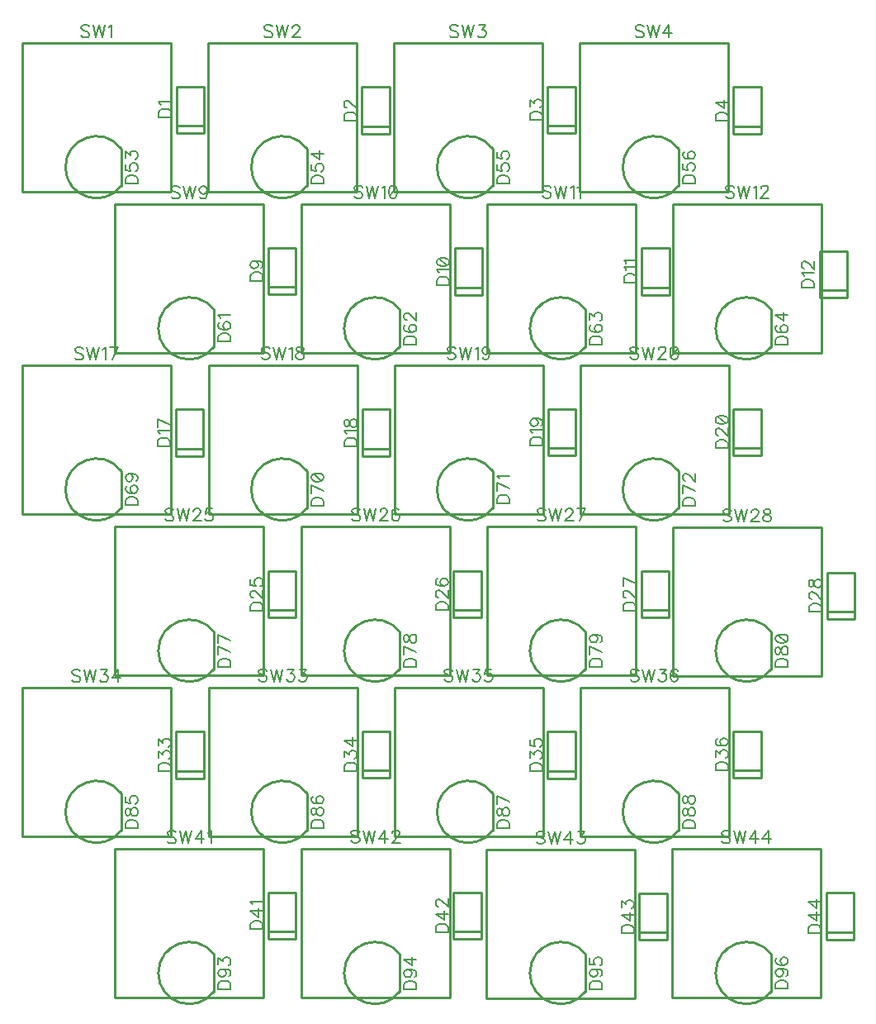
<source format=gbr>
G04 DipTrace 2.1.9.2*
%INTopSilk.gbr*%
%MOIN*%
%ADD10C,0.0098*%
%ADD11C,0.006*%
%ADD12C,0.003*%
%ADD13C,0.013*%
%ADD14C,0.1*%
%ADD15R,0.0709X0.0709*%
%ADD16C,0.0709*%
%ADD17C,0.05*%
%ADD18R,0.05X0.05*%
%ADD19C,0.0591*%
%ADD20C,0.157*%
%ADD21C,0.067*%
%ADD22C,0.0472*%
%ADD23C,0.028*%
%ADD24C,0.0354*%
%ADD25C,0.008*%
%ADD26C,0.0511*%
%ADD27R,0.058X0.058*%
%ADD28R,0.042X0.042*%
%ADD29C,0.058*%
%ADD30C,0.042*%
%ADD31C,0.0789*%
%ADD32C,0.0629*%
%ADD33R,0.0789X0.0789*%
%ADD34R,0.0629X0.0629*%
%ADD35C,0.108*%
%ADD36C,0.092*%
%ADD37C,0.0077*%
%FSLAX44Y44*%
%SFA1B1*%
%OFA0B0*%
G04*
G70*
G90*
G75*
G01*
%LNTopSilk*%
%LPD*%
X250Y38750D2*
D10*
Y32750D1*
X6250D1*
Y38750D1*
X250D1*
X7750D2*
Y32750D1*
X13750D1*
Y38750D1*
X7750D1*
X15250D2*
Y32750D1*
X21250D1*
Y38750D1*
X15250D1*
X22750D2*
Y32750D1*
X28750D1*
Y38750D1*
X22750D1*
X7601Y35129D2*
X6499D1*
Y35149D2*
Y37001D1*
X7601Y35428D2*
X6499D1*
X7601Y37001D2*
X6499D1*
X7601Y35149D2*
Y37001D1*
X15076Y35104D2*
X13974D1*
Y35124D2*
Y36976D1*
X15076Y35403D2*
X13974D1*
X15076Y36976D2*
X13974D1*
X15076Y35124D2*
Y36976D1*
X22576Y35129D2*
X21474D1*
Y35149D2*
Y37001D1*
X22576Y35428D2*
X21474D1*
X22576Y37001D2*
X21474D1*
X22576Y35149D2*
Y37001D1*
X30076Y35104D2*
X28974D1*
Y35124D2*
Y36976D1*
X30076Y35403D2*
X28974D1*
X30076Y36976D2*
X28974D1*
X30076Y35124D2*
Y36976D1*
X4000Y32250D2*
Y26250D1*
X10000D1*
Y32250D1*
X4000D1*
X11525Y32275D2*
Y26275D1*
X17525D1*
Y32275D1*
X11525D1*
X19025D2*
Y26275D1*
X25025D1*
Y32275D1*
X19025D1*
X26525D2*
Y26275D1*
X32525D1*
Y32275D1*
X26525D1*
X11301Y28629D2*
X10199D1*
Y28649D2*
Y30501D1*
X11301Y28928D2*
X10199D1*
X11301Y30501D2*
X10199D1*
X11301Y28649D2*
Y30501D1*
X18826Y28604D2*
X17724D1*
Y28624D2*
Y30476D1*
X18826Y28903D2*
X17724D1*
X18826Y30476D2*
X17724D1*
X18826Y28624D2*
Y30476D1*
X26376Y28604D2*
X25274D1*
Y28624D2*
Y30476D1*
X26376Y28903D2*
X25274D1*
X26376Y30476D2*
X25274D1*
X26376Y28624D2*
Y30476D1*
X33551Y28479D2*
X32449D1*
Y28499D2*
Y30351D1*
X33551Y28778D2*
X32449D1*
X33551Y30351D2*
X32449D1*
X33551Y28499D2*
Y30351D1*
X250Y25750D2*
Y19750D1*
X6250D1*
Y25750D1*
X250D1*
X7775Y25775D2*
Y19775D1*
X13775D1*
Y25775D1*
X7775D1*
X15275D2*
Y19775D1*
X21275D1*
Y25775D1*
X15275D1*
X22775D2*
Y19775D1*
X28775D1*
Y25775D1*
X22775D1*
X7551Y22104D2*
X6449D1*
Y22124D2*
Y23976D1*
X7551Y22403D2*
X6449D1*
X7551Y23976D2*
X6449D1*
X7551Y22124D2*
Y23976D1*
X15101Y22104D2*
X13999D1*
Y22124D2*
Y23976D1*
X15101Y22403D2*
X13999D1*
X15101Y23976D2*
X13999D1*
X15101Y22124D2*
Y23976D1*
X22601Y22129D2*
X21499D1*
Y22149D2*
Y24001D1*
X22601Y22428D2*
X21499D1*
X22601Y24001D2*
X21499D1*
X22601Y22149D2*
Y24001D1*
X30076Y22129D2*
X28974D1*
Y22149D2*
Y24001D1*
X30076Y22428D2*
X28974D1*
X30076Y24001D2*
X28974D1*
X30076Y22149D2*
Y24001D1*
X4000Y19250D2*
Y13250D1*
X10000D1*
Y19250D1*
X4000D1*
X11525D2*
Y13250D1*
X17525D1*
Y19250D1*
X11525D1*
X19025D2*
Y13250D1*
X25025D1*
Y19250D1*
X19025D1*
X26525Y19225D2*
Y13225D1*
X32525D1*
Y19225D1*
X26525D1*
X11301Y15579D2*
X10199D1*
Y15599D2*
Y17451D1*
X11301Y15878D2*
X10199D1*
X11301Y17451D2*
X10199D1*
X11301Y15599D2*
Y17451D1*
X18776Y15579D2*
X17674D1*
Y15599D2*
Y17451D1*
X18776Y15878D2*
X17674D1*
X18776Y17451D2*
X17674D1*
X18776Y15599D2*
Y17451D1*
X26351Y15579D2*
X25249D1*
Y15599D2*
Y17451D1*
X26351Y15878D2*
X25249D1*
X26351Y17451D2*
X25249D1*
X26351Y15599D2*
Y17451D1*
X33851Y15529D2*
X32749D1*
Y15549D2*
Y17401D1*
X33851Y15828D2*
X32749D1*
X33851Y17401D2*
X32749D1*
X33851Y15549D2*
Y17401D1*
X250Y12750D2*
Y6750D1*
X6250D1*
Y12750D1*
X250D1*
X7775Y12775D2*
Y6775D1*
X13775D1*
Y12775D1*
X7775D1*
X15275D2*
Y6775D1*
X21275D1*
Y12775D1*
X15275D1*
X22775D2*
Y6775D1*
X28775D1*
Y12775D1*
X22775D1*
X7576Y9104D2*
X6474D1*
Y9124D2*
Y10976D1*
X7576Y9403D2*
X6474D1*
X7576Y10976D2*
X6474D1*
X7576Y9124D2*
Y10976D1*
X15101Y9129D2*
X13999D1*
Y9149D2*
Y11001D1*
X15101Y9428D2*
X13999D1*
X15101Y11001D2*
X13999D1*
X15101Y9149D2*
Y11001D1*
X22576Y9104D2*
X21474D1*
Y9124D2*
Y10976D1*
X22576Y9403D2*
X21474D1*
X22576Y10976D2*
X21474D1*
X22576Y9124D2*
Y10976D1*
X30076Y9129D2*
X28974D1*
Y9149D2*
Y11001D1*
X30076Y9428D2*
X28974D1*
X30076Y11001D2*
X28974D1*
X30076Y9149D2*
Y11001D1*
X4000Y6250D2*
Y250D1*
X10000D1*
Y6250D1*
X4000D1*
X11525Y6275D2*
Y275D1*
X17525D1*
Y6275D1*
X11525D1*
X19000Y6225D2*
Y225D1*
X25000D1*
Y6225D1*
X19000D1*
X26500Y6250D2*
Y250D1*
X32500D1*
Y6250D1*
X26500D1*
X11301Y2629D2*
X10199D1*
Y2649D2*
Y4501D1*
X11301Y2928D2*
X10199D1*
X11301Y4501D2*
X10199D1*
X11301Y2649D2*
Y4501D1*
X18776Y2629D2*
X17674D1*
Y2649D2*
Y4501D1*
X18776Y2928D2*
X17674D1*
X18776Y4501D2*
X17674D1*
X18776Y2649D2*
Y4501D1*
X26276Y2579D2*
X25174D1*
Y2599D2*
Y4451D1*
X26276Y2878D2*
X25174D1*
X26276Y4451D2*
X25174D1*
X26276Y2599D2*
Y4451D1*
X33826Y2604D2*
X32724D1*
Y2624D2*
Y4476D1*
X33826Y2903D2*
X32724D1*
X33826Y4476D2*
X32724D1*
X33826Y2624D2*
Y4476D1*
X4250Y34499D2*
Y33001D1*
X4248Y34502D2*
G03X4248Y32998I-998J-752D01*
G01*
X11750Y34499D2*
Y33001D1*
X11748Y34502D2*
G03X11748Y32998I-998J-752D01*
G01*
X19250Y34499D2*
Y33001D1*
X19248Y34502D2*
G03X19248Y32998I-998J-752D01*
G01*
X26750Y34499D2*
Y33001D1*
X26748Y34502D2*
G03X26748Y32998I-998J-752D01*
G01*
X8000Y27999D2*
Y26501D1*
X7998Y28002D2*
G03X7998Y26498I-998J-752D01*
G01*
X15500Y27999D2*
Y26501D1*
X15498Y28002D2*
G03X15498Y26498I-998J-752D01*
G01*
X23000Y27999D2*
Y26501D1*
X22998Y28002D2*
G03X22998Y26498I-998J-752D01*
G01*
X30500Y27999D2*
Y26501D1*
X30498Y28002D2*
G03X30498Y26498I-998J-752D01*
G01*
X4250Y21499D2*
Y20001D1*
X4248Y21502D2*
G03X4248Y19998I-998J-752D01*
G01*
X11750Y21499D2*
Y20001D1*
X11748Y21502D2*
G03X11748Y19998I-998J-752D01*
G01*
X19250Y21499D2*
Y20001D1*
X19248Y21502D2*
G03X19248Y19998I-998J-752D01*
G01*
X26750Y21499D2*
Y20001D1*
X26748Y21502D2*
G03X26748Y19998I-998J-752D01*
G01*
X8000Y14999D2*
Y13501D1*
X7998Y15002D2*
G03X7998Y13498I-998J-752D01*
G01*
X15500Y14999D2*
Y13501D1*
X15498Y15002D2*
G03X15498Y13498I-998J-752D01*
G01*
X23000Y14999D2*
Y13501D1*
X22998Y15002D2*
G03X22998Y13498I-998J-752D01*
G01*
X30500Y14999D2*
Y13501D1*
X30498Y15002D2*
G03X30498Y13498I-998J-752D01*
G01*
X4250Y8499D2*
Y7001D1*
X4248Y8502D2*
G03X4248Y6998I-998J-752D01*
G01*
X11750Y8499D2*
Y7001D1*
X11748Y8502D2*
G03X11748Y6998I-998J-752D01*
G01*
X19250Y8499D2*
Y7001D1*
X19248Y8502D2*
G03X19248Y6998I-998J-752D01*
G01*
X26750Y8499D2*
Y7001D1*
X26748Y8502D2*
G03X26748Y6998I-998J-752D01*
G01*
X8000Y1999D2*
Y501D1*
X7998Y2002D2*
G03X7998Y498I-998J-752D01*
G01*
X15500Y1999D2*
Y501D1*
X15498Y2002D2*
G03X15498Y498I-998J-752D01*
G01*
X23000Y1999D2*
Y501D1*
X22998Y2002D2*
G03X22998Y498I-998J-752D01*
G01*
X30500Y1999D2*
Y501D1*
X30498Y2002D2*
G03X30498Y498I-998J-752D01*
G01*
X2964Y39410D2*
D37*
X2916Y39458D1*
D2*
X2844Y39482D1*
D2*
X2749D1*
D2*
X2677Y39458D1*
D2*
X2629Y39410D1*
D2*
Y39363D1*
D2*
X2653Y39315D1*
D2*
X2677Y39291D1*
D2*
X2724Y39267D1*
D2*
X2868Y39219D1*
D2*
X2916Y39195D1*
D2*
X2940Y39171D1*
D2*
X2964Y39124D1*
D2*
Y39052D1*
D2*
X2916Y39004D1*
D2*
X2844Y38980D1*
D2*
X2749D1*
D2*
X2677Y39004D1*
D2*
X2629Y39052D1*
X3118Y39482D2*
X3238Y38980D1*
D2*
X3357Y39482D1*
D2*
X3477Y38980D1*
D2*
X3597Y39482D1*
X3751Y39386D2*
X3799Y39410D1*
D2*
X3871Y39482D1*
D2*
Y38980D1*
X10356Y39410D2*
X10309Y39458D1*
D2*
X10237Y39482D1*
D2*
X10141D1*
D2*
X10069Y39458D1*
D2*
X10021Y39410D1*
D2*
Y39363D1*
D2*
X10046Y39315D1*
D2*
X10069Y39291D1*
D2*
X10117Y39267D1*
D2*
X10261Y39219D1*
D2*
X10309Y39195D1*
D2*
X10333Y39171D1*
D2*
X10356Y39124D1*
D2*
Y39052D1*
D2*
X10309Y39004D1*
D2*
X10237Y38980D1*
D2*
X10141D1*
D2*
X10069Y39004D1*
D2*
X10021Y39052D1*
X10511Y39482D2*
X10631Y38980D1*
D2*
X10750Y39482D1*
D2*
X10869Y38980D1*
D2*
X10989Y39482D1*
X11168Y39362D2*
Y39386D1*
D2*
X11192Y39434D1*
D2*
X11216Y39458D1*
D2*
X11264Y39482D1*
D2*
X11359D1*
D2*
X11407Y39458D1*
D2*
X11431Y39434D1*
D2*
X11455Y39386D1*
D2*
Y39339D1*
D2*
X11431Y39290D1*
D2*
X11383Y39219D1*
D2*
X11144Y38980D1*
D2*
X11479D1*
X17856Y39410D2*
X17809Y39458D1*
D2*
X17737Y39482D1*
D2*
X17641D1*
D2*
X17569Y39458D1*
D2*
X17521Y39410D1*
D2*
Y39363D1*
D2*
X17546Y39315D1*
D2*
X17569Y39291D1*
D2*
X17617Y39267D1*
D2*
X17761Y39219D1*
D2*
X17809Y39195D1*
D2*
X17833Y39171D1*
D2*
X17856Y39124D1*
D2*
Y39052D1*
D2*
X17809Y39004D1*
D2*
X17737Y38980D1*
D2*
X17641D1*
D2*
X17569Y39004D1*
D2*
X17521Y39052D1*
X18011Y39482D2*
X18131Y38980D1*
D2*
X18250Y39482D1*
D2*
X18369Y38980D1*
D2*
X18489Y39482D1*
X18692D2*
X18954D1*
D2*
X18811Y39290D1*
D2*
X18883D1*
D2*
X18931Y39267D1*
D2*
X18954Y39243D1*
D2*
X18979Y39171D1*
D2*
Y39124D1*
D2*
X18954Y39052D1*
D2*
X18907Y39004D1*
D2*
X18835Y38980D1*
D2*
X18763D1*
D2*
X18692Y39004D1*
D2*
X18668Y39028D1*
D2*
X18644Y39075D1*
X25344Y39410D2*
X25297Y39458D1*
D2*
X25225Y39482D1*
D2*
X25129D1*
D2*
X25058Y39458D1*
D2*
X25009Y39410D1*
D2*
Y39363D1*
D2*
X25034Y39315D1*
D2*
X25058Y39291D1*
D2*
X25105Y39267D1*
D2*
X25249Y39219D1*
D2*
X25297Y39195D1*
D2*
X25321Y39171D1*
D2*
X25344Y39124D1*
D2*
Y39052D1*
D2*
X25297Y39004D1*
D2*
X25225Y38980D1*
D2*
X25129D1*
D2*
X25058Y39004D1*
D2*
X25009Y39052D1*
X25499Y39482D2*
X25619Y38980D1*
D2*
X25738Y39482D1*
D2*
X25857Y38980D1*
D2*
X25977Y39482D1*
X26371Y38980D2*
Y39482D1*
D2*
X26132Y39147D1*
D2*
X26491D1*
X5767Y35771D2*
X6269D1*
D2*
Y35938D1*
D2*
X6245Y36010D1*
D2*
X6197Y36058D1*
D2*
X6149Y36082D1*
D2*
X6078Y36106D1*
D2*
X5958D1*
D2*
X5886Y36082D1*
D2*
X5838Y36058D1*
D2*
X5790Y36010D1*
D2*
X5767Y35938D1*
D2*
Y35771D1*
X5863Y36260D2*
X5838Y36308D1*
D2*
X5767Y36380D1*
D2*
X6269D1*
X13242Y35638D2*
X13744D1*
D2*
Y35806D1*
D2*
X13720Y35877D1*
D2*
X13672Y35925D1*
D2*
X13624Y35949D1*
D2*
X13553Y35973D1*
D2*
X13433D1*
D2*
X13361Y35949D1*
D2*
X13313Y35925D1*
D2*
X13265Y35877D1*
D2*
X13242Y35806D1*
D2*
Y35638D1*
X13362Y36152D2*
X13338D1*
D2*
X13290Y36175D1*
D2*
X13266Y36199D1*
D2*
X13242Y36247D1*
D2*
Y36343D1*
D2*
X13266Y36390D1*
D2*
X13290Y36414D1*
D2*
X13338Y36439D1*
D2*
X13385D1*
D2*
X13433Y36414D1*
D2*
X13505Y36367D1*
D2*
X13744Y36127D1*
D2*
Y36462D1*
X20742Y35663D2*
X21244D1*
D2*
Y35831D1*
D2*
X21220Y35902D1*
D2*
X21172Y35950D1*
D2*
X21124Y35974D1*
D2*
X21053Y35998D1*
D2*
X20933D1*
D2*
X20861Y35974D1*
D2*
X20813Y35950D1*
D2*
X20765Y35902D1*
D2*
X20742Y35831D1*
D2*
Y35663D1*
Y36200D2*
Y36463D1*
D2*
X20933Y36320D1*
D2*
Y36392D1*
D2*
X20957Y36439D1*
D2*
X20981Y36463D1*
D2*
X21053Y36487D1*
D2*
X21100D1*
D2*
X21172Y36463D1*
D2*
X21220Y36415D1*
D2*
X21244Y36344D1*
D2*
Y36272D1*
D2*
X21220Y36200D1*
D2*
X21196Y36177D1*
D2*
X21148Y36152D1*
X28242Y35626D2*
X28744D1*
D2*
Y35794D1*
D2*
X28720Y35866D1*
D2*
X28672Y35914D1*
D2*
X28624Y35937D1*
D2*
X28553Y35961D1*
D2*
X28433D1*
D2*
X28361Y35937D1*
D2*
X28313Y35914D1*
D2*
X28265Y35866D1*
D2*
X28242Y35794D1*
D2*
Y35626D1*
X28744Y36355D2*
X28242D1*
D2*
X28577Y36116D1*
D2*
Y36474D1*
X6618Y32910D2*
X6571Y32958D1*
D2*
X6499Y32982D1*
D2*
X6403D1*
D2*
X6331Y32958D1*
D2*
X6283Y32910D1*
D2*
Y32863D1*
D2*
X6308Y32815D1*
D2*
X6331Y32791D1*
D2*
X6379Y32767D1*
D2*
X6523Y32719D1*
D2*
X6571Y32695D1*
D2*
X6594Y32671D1*
D2*
X6618Y32624D1*
D2*
Y32552D1*
D2*
X6571Y32504D1*
D2*
X6499Y32480D1*
D2*
X6403D1*
D2*
X6331Y32504D1*
D2*
X6283Y32552D1*
X6773Y32982D2*
X6893Y32480D1*
D2*
X7012Y32982D1*
D2*
X7131Y32480D1*
D2*
X7251Y32982D1*
X7717Y32815D2*
X7692Y32743D1*
D2*
X7645Y32695D1*
D2*
X7573Y32671D1*
D2*
X7549D1*
D2*
X7477Y32695D1*
D2*
X7430Y32743D1*
D2*
X7406Y32815D1*
D2*
Y32839D1*
D2*
X7430Y32910D1*
D2*
X7477Y32958D1*
D2*
X7549Y32982D1*
D2*
X7573D1*
D2*
X7645Y32958D1*
D2*
X7692Y32910D1*
D2*
X7717Y32815D1*
D2*
Y32695D1*
D2*
X7692Y32575D1*
D2*
X7645Y32504D1*
D2*
X7573Y32480D1*
D2*
X7526D1*
D2*
X7454Y32504D1*
D2*
X7430Y32552D1*
X13994Y32935D2*
X13947Y32983D1*
D2*
X13875Y33007D1*
D2*
X13779D1*
D2*
X13707Y32983D1*
D2*
X13659Y32935D1*
D2*
Y32888D1*
D2*
X13684Y32840D1*
D2*
X13707Y32816D1*
D2*
X13755Y32792D1*
D2*
X13899Y32744D1*
D2*
X13947Y32720D1*
D2*
X13970Y32696D1*
D2*
X13994Y32649D1*
D2*
Y32577D1*
D2*
X13947Y32529D1*
D2*
X13875Y32505D1*
D2*
X13779D1*
D2*
X13707Y32529D1*
D2*
X13659Y32577D1*
X14149Y33007D2*
X14268Y32505D1*
D2*
X14388Y33007D1*
D2*
X14507Y32505D1*
D2*
X14627Y33007D1*
X14782Y32911D2*
X14830Y32935D1*
D2*
X14901Y33007D1*
D2*
Y32505D1*
X15200Y33007D2*
X15128Y32983D1*
D2*
X15080Y32911D1*
D2*
X15056Y32792D1*
D2*
Y32720D1*
D2*
X15080Y32600D1*
D2*
X15128Y32529D1*
D2*
X15200Y32505D1*
D2*
X15247D1*
D2*
X15319Y32529D1*
D2*
X15366Y32600D1*
D2*
X15391Y32720D1*
D2*
Y32792D1*
D2*
X15366Y32911D1*
D2*
X15319Y32983D1*
D2*
X15247Y33007D1*
D2*
X15200D1*
X15366Y32911D2*
X15080Y32600D1*
X21602Y32935D2*
X21554Y32983D1*
D2*
X21482Y33007D1*
D2*
X21387D1*
D2*
X21315Y32983D1*
D2*
X21267Y32935D1*
D2*
Y32888D1*
D2*
X21291Y32840D1*
D2*
X21315Y32816D1*
D2*
X21362Y32792D1*
D2*
X21506Y32744D1*
D2*
X21554Y32720D1*
D2*
X21578Y32696D1*
D2*
X21602Y32649D1*
D2*
Y32577D1*
D2*
X21554Y32529D1*
D2*
X21482Y32505D1*
D2*
X21387D1*
D2*
X21315Y32529D1*
D2*
X21267Y32577D1*
X21756Y33007D2*
X21876Y32505D1*
D2*
X21995Y33007D1*
D2*
X22115Y32505D1*
D2*
X22235Y33007D1*
X22389Y32911D2*
X22437Y32935D1*
D2*
X22509Y33007D1*
D2*
Y32505D1*
X22663Y32911D2*
X22711Y32935D1*
D2*
X22783Y33007D1*
D2*
Y32505D1*
X28994Y32935D2*
X28947Y32983D1*
D2*
X28875Y33007D1*
D2*
X28779D1*
D2*
X28707Y32983D1*
D2*
X28659Y32935D1*
D2*
Y32888D1*
D2*
X28684Y32840D1*
D2*
X28707Y32816D1*
D2*
X28755Y32792D1*
D2*
X28899Y32744D1*
D2*
X28947Y32720D1*
D2*
X28970Y32696D1*
D2*
X28994Y32649D1*
D2*
Y32577D1*
D2*
X28947Y32529D1*
D2*
X28875Y32505D1*
D2*
X28779D1*
D2*
X28707Y32529D1*
D2*
X28659Y32577D1*
X29149Y33007D2*
X29268Y32505D1*
D2*
X29388Y33007D1*
D2*
X29507Y32505D1*
D2*
X29627Y33007D1*
X29782Y32911D2*
X29830Y32935D1*
D2*
X29901Y33007D1*
D2*
Y32505D1*
X30080Y32887D2*
Y32911D1*
D2*
X30104Y32959D1*
D2*
X30128Y32983D1*
D2*
X30176Y33007D1*
D2*
X30271D1*
D2*
X30319Y32983D1*
D2*
X30343Y32959D1*
D2*
X30367Y32911D1*
D2*
Y32864D1*
D2*
X30343Y32815D1*
D2*
X30295Y32744D1*
D2*
X30056Y32505D1*
D2*
X30391D1*
X9467Y29175D2*
X9969D1*
D2*
Y29342D1*
D2*
X9945Y29414D1*
D2*
X9897Y29462D1*
D2*
X9849Y29486D1*
D2*
X9778Y29510D1*
D2*
X9658D1*
D2*
X9586Y29486D1*
D2*
X9538Y29462D1*
D2*
X9490Y29414D1*
D2*
X9467Y29342D1*
D2*
Y29175D1*
X9634Y29975D2*
X9706Y29951D1*
D2*
X9754Y29904D1*
D2*
X9778Y29832D1*
D2*
Y29808D1*
D2*
X9754Y29736D1*
D2*
X9706Y29689D1*
D2*
X9634Y29664D1*
D2*
X9610D1*
D2*
X9538Y29689D1*
D2*
X9491Y29736D1*
D2*
X9467Y29808D1*
D2*
Y29832D1*
D2*
X9491Y29904D1*
D2*
X9538Y29951D1*
D2*
X9634Y29975D1*
D2*
X9754D1*
D2*
X9873Y29951D1*
D2*
X9945Y29904D1*
D2*
X9969Y29832D1*
D2*
Y29784D1*
D2*
X9945Y29712D1*
D2*
X9897Y29689D1*
X16992Y29001D2*
X17494D1*
D2*
Y29168D1*
D2*
X17470Y29240D1*
D2*
X17422Y29288D1*
D2*
X17374Y29312D1*
D2*
X17303Y29336D1*
D2*
X17183D1*
D2*
X17111Y29312D1*
D2*
X17063Y29288D1*
D2*
X17015Y29240D1*
D2*
X16992Y29168D1*
D2*
Y29001D1*
X17088Y29490D2*
X17063Y29538D1*
D2*
X16992Y29610D1*
D2*
X17494D1*
X16992Y29908D2*
X17016Y29836D1*
D2*
X17088Y29788D1*
D2*
X17207Y29765D1*
D2*
X17279D1*
D2*
X17398Y29788D1*
D2*
X17470Y29836D1*
D2*
X17494Y29908D1*
D2*
Y29956D1*
D2*
X17470Y30028D1*
D2*
X17398Y30075D1*
D2*
X17279Y30099D1*
D2*
X17207D1*
D2*
X17088Y30075D1*
D2*
X17016Y30028D1*
D2*
X16992Y29956D1*
D2*
Y29908D1*
X17088Y30075D2*
X17398Y29788D1*
X24542Y29108D2*
X25044D1*
D2*
Y29276D1*
D2*
X25020Y29348D1*
D2*
X24972Y29396D1*
D2*
X24924Y29420D1*
D2*
X24853Y29443D1*
D2*
X24733D1*
D2*
X24661Y29420D1*
D2*
X24613Y29396D1*
D2*
X24565Y29348D1*
D2*
X24542Y29276D1*
D2*
Y29108D1*
X24638Y29598D2*
X24613Y29646D1*
D2*
X24542Y29718D1*
D2*
X25044D1*
X24638Y29872D2*
X24613Y29920D1*
D2*
X24542Y29992D1*
D2*
X25044D1*
X31717Y28876D2*
X32219D1*
D2*
Y29043D1*
D2*
X32195Y29115D1*
D2*
X32147Y29163D1*
D2*
X32099Y29187D1*
D2*
X32028Y29211D1*
D2*
X31908D1*
D2*
X31836Y29187D1*
D2*
X31788Y29163D1*
D2*
X31740Y29115D1*
D2*
X31717Y29043D1*
D2*
Y28876D1*
X31813Y29365D2*
X31788Y29413D1*
D2*
X31717Y29485D1*
D2*
X32219D1*
X31837Y29664D2*
X31813D1*
D2*
X31765Y29688D1*
D2*
X31741Y29711D1*
D2*
X31717Y29759D1*
D2*
Y29855D1*
D2*
X31741Y29903D1*
D2*
X31765Y29926D1*
D2*
X31813Y29951D1*
D2*
X31860D1*
D2*
X31908Y29926D1*
D2*
X31980Y29879D1*
D2*
X32219Y29640D1*
D2*
Y29974D1*
X2719Y26410D2*
X2672Y26458D1*
D2*
X2600Y26482D1*
D2*
X2504D1*
D2*
X2432Y26458D1*
D2*
X2384Y26410D1*
D2*
Y26363D1*
D2*
X2409Y26315D1*
D2*
X2432Y26291D1*
D2*
X2480Y26267D1*
D2*
X2624Y26219D1*
D2*
X2672Y26195D1*
D2*
X2695Y26171D1*
D2*
X2719Y26124D1*
D2*
Y26052D1*
D2*
X2672Y26004D1*
D2*
X2600Y25980D1*
D2*
X2504D1*
D2*
X2432Y26004D1*
D2*
X2384Y26052D1*
X2874Y26482D2*
X2993Y25980D1*
D2*
X3113Y26482D1*
D2*
X3232Y25980D1*
D2*
X3352Y26482D1*
X3507Y26386D2*
X3555Y26410D1*
D2*
X3626Y26482D1*
D2*
Y25980D1*
X3876D2*
X4116Y26482D1*
D2*
X3781D1*
X10244Y26435D2*
X10197Y26483D1*
D2*
X10125Y26507D1*
D2*
X10029D1*
D2*
X9958Y26483D1*
D2*
X9909Y26435D1*
D2*
Y26388D1*
D2*
X9934Y26340D1*
D2*
X9958Y26316D1*
D2*
X10005Y26292D1*
D2*
X10149Y26244D1*
D2*
X10197Y26220D1*
D2*
X10221Y26196D1*
D2*
X10244Y26149D1*
D2*
Y26077D1*
D2*
X10197Y26029D1*
D2*
X10125Y26005D1*
D2*
X10029D1*
D2*
X9958Y26029D1*
D2*
X9909Y26077D1*
X10399Y26507D2*
X10519Y26005D1*
D2*
X10638Y26507D1*
D2*
X10757Y26005D1*
D2*
X10877Y26507D1*
X11032Y26411D2*
X11080Y26435D1*
D2*
X11152Y26507D1*
D2*
Y26005D1*
X11426Y26507D2*
X11354Y26483D1*
D2*
X11330Y26435D1*
D2*
Y26387D1*
D2*
X11354Y26340D1*
D2*
X11402Y26315D1*
D2*
X11497Y26292D1*
D2*
X11569Y26268D1*
D2*
X11617Y26220D1*
D2*
X11641Y26172D1*
D2*
Y26100D1*
D2*
X11617Y26053D1*
D2*
X11593Y26029D1*
D2*
X11521Y26005D1*
D2*
X11426D1*
D2*
X11354Y26029D1*
D2*
X11330Y26053D1*
D2*
X11306Y26100D1*
D2*
Y26172D1*
D2*
X11330Y26220D1*
D2*
X11378Y26268D1*
D2*
X11449Y26292D1*
D2*
X11545Y26315D1*
D2*
X11593Y26340D1*
D2*
X11617Y26387D1*
D2*
Y26435D1*
D2*
X11593Y26483D1*
D2*
X11521Y26507D1*
D2*
X11426D1*
X17756Y26435D2*
X17708Y26483D1*
D2*
X17637Y26507D1*
D2*
X17541D1*
D2*
X17469Y26483D1*
D2*
X17421Y26435D1*
D2*
Y26388D1*
D2*
X17445Y26340D1*
D2*
X17469Y26316D1*
D2*
X17517Y26292D1*
D2*
X17660Y26244D1*
D2*
X17708Y26220D1*
D2*
X17732Y26196D1*
D2*
X17756Y26149D1*
D2*
Y26077D1*
D2*
X17708Y26029D1*
D2*
X17637Y26005D1*
D2*
X17541D1*
D2*
X17469Y26029D1*
D2*
X17421Y26077D1*
X17910Y26507D2*
X18030Y26005D1*
D2*
X18150Y26507D1*
D2*
X18269Y26005D1*
D2*
X18389Y26507D1*
X18543Y26411D2*
X18592Y26435D1*
D2*
X18663Y26507D1*
D2*
Y26005D1*
X19129Y26340D2*
X19105Y26268D1*
D2*
X19057Y26220D1*
D2*
X18985Y26196D1*
D2*
X18961D1*
D2*
X18890Y26220D1*
D2*
X18842Y26268D1*
D2*
X18818Y26340D1*
D2*
Y26364D1*
D2*
X18842Y26435D1*
D2*
X18890Y26483D1*
D2*
X18961Y26507D1*
D2*
X18985D1*
D2*
X19057Y26483D1*
D2*
X19105Y26435D1*
D2*
X19129Y26340D1*
D2*
Y26220D1*
D2*
X19105Y26100D1*
D2*
X19057Y26029D1*
D2*
X18985Y26005D1*
D2*
X18938D1*
D2*
X18866Y26029D1*
D2*
X18842Y26077D1*
X25137Y26435D2*
X25089Y26483D1*
D2*
X25017Y26507D1*
D2*
X24922D1*
D2*
X24850Y26483D1*
D2*
X24802Y26435D1*
D2*
Y26388D1*
D2*
X24826Y26340D1*
D2*
X24850Y26316D1*
D2*
X24897Y26292D1*
D2*
X25041Y26244D1*
D2*
X25089Y26220D1*
D2*
X25113Y26196D1*
D2*
X25137Y26149D1*
D2*
Y26077D1*
D2*
X25089Y26029D1*
D2*
X25017Y26005D1*
D2*
X24922D1*
D2*
X24850Y26029D1*
D2*
X24802Y26077D1*
X25291Y26507D2*
X25411Y26005D1*
D2*
X25530Y26507D1*
D2*
X25650Y26005D1*
D2*
X25770Y26507D1*
X25948Y26387D2*
Y26411D1*
D2*
X25972Y26459D1*
D2*
X25996Y26483D1*
D2*
X26044Y26507D1*
D2*
X26140D1*
D2*
X26187Y26483D1*
D2*
X26211Y26459D1*
D2*
X26235Y26411D1*
D2*
Y26364D1*
D2*
X26211Y26315D1*
D2*
X26163Y26244D1*
D2*
X25924Y26005D1*
D2*
X26259D1*
X26557Y26507D2*
X26485Y26483D1*
D2*
X26437Y26411D1*
D2*
X26413Y26292D1*
D2*
Y26220D1*
D2*
X26437Y26100D1*
D2*
X26485Y26029D1*
D2*
X26557Y26005D1*
D2*
X26605D1*
D2*
X26676Y26029D1*
D2*
X26724Y26100D1*
D2*
X26748Y26220D1*
D2*
Y26292D1*
D2*
X26724Y26411D1*
D2*
X26676Y26483D1*
D2*
X26605Y26507D1*
D2*
X26557D1*
X26724Y26411D2*
X26437Y26100D1*
X5717Y22501D2*
X6219D1*
D2*
Y22668D1*
D2*
X6195Y22740D1*
D2*
X6147Y22788D1*
D2*
X6099Y22812D1*
D2*
X6028Y22836D1*
D2*
X5908D1*
D2*
X5836Y22812D1*
D2*
X5788Y22788D1*
D2*
X5740Y22740D1*
D2*
X5717Y22668D1*
D2*
Y22501D1*
X5813Y22990D2*
X5788Y23038D1*
D2*
X5717Y23110D1*
D2*
X6219D1*
Y23360D2*
X5717Y23599D1*
D2*
Y23265D1*
X13267Y22501D2*
X13769D1*
D2*
Y22669D1*
D2*
X13745Y22740D1*
D2*
X13697Y22789D1*
D2*
X13649Y22812D1*
D2*
X13578Y22836D1*
D2*
X13458D1*
D2*
X13386Y22812D1*
D2*
X13338Y22789D1*
D2*
X13290Y22740D1*
D2*
X13267Y22669D1*
D2*
Y22501D1*
X13363Y22991D2*
X13338Y23039D1*
D2*
X13267Y23110D1*
D2*
X13769D1*
X13267Y23384D2*
X13291Y23313D1*
D2*
X13338Y23289D1*
D2*
X13387D1*
D2*
X13434Y23313D1*
D2*
X13458Y23360D1*
D2*
X13482Y23456D1*
D2*
X13506Y23528D1*
D2*
X13554Y23575D1*
D2*
X13602Y23599D1*
D2*
X13673D1*
D2*
X13721Y23575D1*
D2*
X13745Y23552D1*
D2*
X13769Y23480D1*
D2*
Y23384D1*
D2*
X13745Y23313D1*
D2*
X13721Y23289D1*
D2*
X13673Y23265D1*
D2*
X13602D1*
D2*
X13554Y23289D1*
D2*
X13506Y23337D1*
D2*
X13482Y23408D1*
D2*
X13458Y23504D1*
D2*
X13434Y23552D1*
D2*
X13387Y23575D1*
D2*
X13338D1*
D2*
X13291Y23552D1*
D2*
X13267Y23480D1*
D2*
Y23384D1*
X20767Y22538D2*
X21269D1*
D2*
Y22705D1*
D2*
X21245Y22777D1*
D2*
X21197Y22825D1*
D2*
X21149Y22849D1*
D2*
X21078Y22873D1*
D2*
X20958D1*
D2*
X20886Y22849D1*
D2*
X20838Y22825D1*
D2*
X20790Y22777D1*
D2*
X20767Y22705D1*
D2*
Y22538D1*
X20863Y23027D2*
X20838Y23075D1*
D2*
X20767Y23147D1*
D2*
X21269D1*
X20934Y23613D2*
X21006Y23588D1*
D2*
X21054Y23541D1*
D2*
X21078Y23469D1*
D2*
Y23445D1*
D2*
X21054Y23373D1*
D2*
X21006Y23326D1*
D2*
X20934Y23301D1*
D2*
X20910D1*
D2*
X20838Y23326D1*
D2*
X20791Y23373D1*
D2*
X20767Y23445D1*
D2*
Y23469D1*
D2*
X20791Y23541D1*
D2*
X20838Y23588D1*
D2*
X20934Y23613D1*
D2*
X21054D1*
D2*
X21173Y23588D1*
D2*
X21245Y23541D1*
D2*
X21269Y23469D1*
D2*
Y23421D1*
D2*
X21245Y23350D1*
D2*
X21197Y23326D1*
X28242Y22418D2*
X28744D1*
D2*
Y22586D1*
D2*
X28720Y22658D1*
D2*
X28672Y22706D1*
D2*
X28624Y22730D1*
D2*
X28553Y22753D1*
D2*
X28433D1*
D2*
X28361Y22730D1*
D2*
X28313Y22706D1*
D2*
X28265Y22658D1*
D2*
X28242Y22586D1*
D2*
Y22418D1*
X28362Y22932D2*
X28338D1*
D2*
X28290Y22956D1*
D2*
X28266Y22980D1*
D2*
X28242Y23028D1*
D2*
Y23123D1*
D2*
X28266Y23171D1*
D2*
X28290Y23195D1*
D2*
X28338Y23219D1*
D2*
X28385D1*
D2*
X28433Y23195D1*
D2*
X28505Y23147D1*
D2*
X28744Y22908D1*
D2*
Y23243D1*
X28242Y23541D2*
X28266Y23469D1*
D2*
X28338Y23421D1*
D2*
X28457Y23397D1*
D2*
X28529D1*
D2*
X28648Y23421D1*
D2*
X28720Y23469D1*
D2*
X28744Y23541D1*
D2*
Y23588D1*
D2*
X28720Y23660D1*
D2*
X28648Y23708D1*
D2*
X28529Y23732D1*
D2*
X28457D1*
D2*
X28338Y23708D1*
D2*
X28266Y23660D1*
D2*
X28242Y23588D1*
D2*
Y23541D1*
X28338Y23708D2*
X28648Y23421D1*
X6362Y19910D2*
X6314Y19958D1*
D2*
X6242Y19982D1*
D2*
X6147D1*
D2*
X6075Y19958D1*
D2*
X6027Y19910D1*
D2*
Y19863D1*
D2*
X6051Y19815D1*
D2*
X6075Y19791D1*
D2*
X6122Y19767D1*
D2*
X6266Y19719D1*
D2*
X6314Y19695D1*
D2*
X6338Y19671D1*
D2*
X6362Y19624D1*
D2*
Y19552D1*
D2*
X6314Y19504D1*
D2*
X6242Y19480D1*
D2*
X6147D1*
D2*
X6075Y19504D1*
D2*
X6027Y19552D1*
X6516Y19982D2*
X6636Y19480D1*
D2*
X6755Y19982D1*
D2*
X6875Y19480D1*
D2*
X6995Y19982D1*
X7173Y19862D2*
Y19886D1*
D2*
X7197Y19934D1*
D2*
X7221Y19958D1*
D2*
X7269Y19982D1*
D2*
X7365D1*
D2*
X7412Y19958D1*
D2*
X7436Y19934D1*
D2*
X7460Y19886D1*
D2*
Y19839D1*
D2*
X7436Y19790D1*
D2*
X7388Y19719D1*
D2*
X7149Y19480D1*
D2*
X7484D1*
X7925Y19982D2*
X7686D1*
D2*
X7663Y19767D1*
D2*
X7686Y19790D1*
D2*
X7758Y19815D1*
D2*
X7830D1*
D2*
X7901Y19790D1*
D2*
X7950Y19743D1*
D2*
X7973Y19671D1*
D2*
Y19624D1*
D2*
X7950Y19552D1*
D2*
X7901Y19504D1*
D2*
X7830Y19480D1*
D2*
X7758D1*
D2*
X7686Y19504D1*
D2*
X7663Y19528D1*
D2*
X7638Y19575D1*
X13899Y19910D2*
X13851Y19958D1*
D2*
X13779Y19982D1*
D2*
X13684D1*
D2*
X13612Y19958D1*
D2*
X13564Y19910D1*
D2*
Y19863D1*
D2*
X13588Y19815D1*
D2*
X13612Y19791D1*
D2*
X13659Y19767D1*
D2*
X13803Y19719D1*
D2*
X13851Y19695D1*
D2*
X13875Y19671D1*
D2*
X13899Y19624D1*
D2*
Y19552D1*
D2*
X13851Y19504D1*
D2*
X13779Y19480D1*
D2*
X13684D1*
D2*
X13612Y19504D1*
D2*
X13564Y19552D1*
X14053Y19982D2*
X14173Y19480D1*
D2*
X14292Y19982D1*
D2*
X14412Y19480D1*
D2*
X14532Y19982D1*
X14711Y19862D2*
Y19886D1*
D2*
X14734Y19934D1*
D2*
X14758Y19958D1*
D2*
X14806Y19982D1*
D2*
X14902D1*
D2*
X14949Y19958D1*
D2*
X14973Y19934D1*
D2*
X14997Y19886D1*
D2*
Y19839D1*
D2*
X14973Y19790D1*
D2*
X14926Y19719D1*
D2*
X14686Y19480D1*
D2*
X15021D1*
X15462Y19910D2*
X15439Y19958D1*
D2*
X15367Y19982D1*
D2*
X15319D1*
D2*
X15247Y19958D1*
D2*
X15199Y19886D1*
D2*
X15176Y19767D1*
D2*
Y19647D1*
D2*
X15199Y19552D1*
D2*
X15247Y19504D1*
D2*
X15319Y19480D1*
D2*
X15343D1*
D2*
X15414Y19504D1*
D2*
X15462Y19552D1*
D2*
X15486Y19624D1*
D2*
Y19647D1*
D2*
X15462Y19719D1*
D2*
X15414Y19767D1*
D2*
X15343Y19790D1*
D2*
X15319D1*
D2*
X15247Y19767D1*
D2*
X15199Y19719D1*
D2*
X15176Y19647D1*
X21387Y19910D2*
X21339Y19958D1*
D2*
X21267Y19982D1*
D2*
X21172D1*
D2*
X21100Y19958D1*
D2*
X21052Y19910D1*
D2*
Y19863D1*
D2*
X21076Y19815D1*
D2*
X21100Y19791D1*
D2*
X21147Y19767D1*
D2*
X21291Y19719D1*
D2*
X21339Y19695D1*
D2*
X21363Y19671D1*
D2*
X21387Y19624D1*
D2*
Y19552D1*
D2*
X21339Y19504D1*
D2*
X21267Y19480D1*
D2*
X21172D1*
D2*
X21100Y19504D1*
D2*
X21052Y19552D1*
X21541Y19982D2*
X21661Y19480D1*
D2*
X21780Y19982D1*
D2*
X21900Y19480D1*
D2*
X22020Y19982D1*
X22198Y19862D2*
Y19886D1*
D2*
X22222Y19934D1*
D2*
X22246Y19958D1*
D2*
X22294Y19982D1*
D2*
X22390D1*
D2*
X22437Y19958D1*
D2*
X22461Y19934D1*
D2*
X22485Y19886D1*
D2*
Y19839D1*
D2*
X22461Y19790D1*
D2*
X22413Y19719D1*
D2*
X22174Y19480D1*
D2*
X22509D1*
X22759D2*
X22998Y19982D1*
D2*
X22663D1*
X28887Y19885D2*
X28839Y19933D1*
D2*
X28768Y19957D1*
D2*
X28672D1*
D2*
X28600Y19933D1*
D2*
X28552Y19885D1*
D2*
Y19838D1*
D2*
X28576Y19790D1*
D2*
X28600Y19766D1*
D2*
X28648Y19742D1*
D2*
X28791Y19694D1*
D2*
X28839Y19670D1*
D2*
X28863Y19646D1*
D2*
X28887Y19599D1*
D2*
Y19527D1*
D2*
X28839Y19479D1*
D2*
X28768Y19455D1*
D2*
X28672D1*
D2*
X28600Y19479D1*
D2*
X28552Y19527D1*
X29041Y19957D2*
X29161Y19455D1*
D2*
X29281Y19957D1*
D2*
X29400Y19455D1*
D2*
X29520Y19957D1*
X29699Y19837D2*
Y19861D1*
D2*
X29722Y19909D1*
D2*
X29746Y19933D1*
D2*
X29794Y19957D1*
D2*
X29890D1*
D2*
X29937Y19933D1*
D2*
X29961Y19909D1*
D2*
X29985Y19861D1*
D2*
Y19814D1*
D2*
X29961Y19765D1*
D2*
X29914Y19694D1*
D2*
X29674Y19455D1*
D2*
X30009D1*
X30283Y19957D2*
X30212Y19933D1*
D2*
X30187Y19885D1*
D2*
Y19837D1*
D2*
X30212Y19790D1*
D2*
X30259Y19765D1*
D2*
X30355Y19742D1*
D2*
X30427Y19718D1*
D2*
X30474Y19670D1*
D2*
X30498Y19622D1*
D2*
Y19550D1*
D2*
X30474Y19503D1*
D2*
X30450Y19479D1*
D2*
X30379Y19455D1*
D2*
X30283D1*
D2*
X30212Y19479D1*
D2*
X30187Y19503D1*
D2*
X30164Y19550D1*
D2*
Y19622D1*
D2*
X30187Y19670D1*
D2*
X30235Y19718D1*
D2*
X30307Y19742D1*
D2*
X30402Y19765D1*
D2*
X30450Y19790D1*
D2*
X30474Y19837D1*
D2*
Y19885D1*
D2*
X30450Y19933D1*
D2*
X30379Y19957D1*
D2*
X30283D1*
X9467Y15868D2*
X9969D1*
D2*
Y16036D1*
D2*
X9945Y16108D1*
D2*
X9897Y16156D1*
D2*
X9849Y16180D1*
D2*
X9778Y16203D1*
D2*
X9658D1*
D2*
X9586Y16180D1*
D2*
X9538Y16156D1*
D2*
X9490Y16108D1*
D2*
X9467Y16036D1*
D2*
Y15868D1*
X9587Y16382D2*
X9563D1*
D2*
X9515Y16406D1*
D2*
X9491Y16430D1*
D2*
X9467Y16478D1*
D2*
Y16573D1*
D2*
X9491Y16621D1*
D2*
X9515Y16645D1*
D2*
X9563Y16669D1*
D2*
X9610D1*
D2*
X9658Y16645D1*
D2*
X9730Y16597D1*
D2*
X9969Y16358D1*
D2*
Y16693D1*
X9467Y17134D2*
Y16895D1*
D2*
X9682Y16871D1*
D2*
X9658Y16895D1*
D2*
X9634Y16967D1*
D2*
Y17038D1*
D2*
X9658Y17110D1*
D2*
X9706Y17158D1*
D2*
X9778Y17182D1*
D2*
X9825D1*
D2*
X9897Y17158D1*
D2*
X9945Y17110D1*
D2*
X9969Y17038D1*
D2*
Y16967D1*
D2*
X9945Y16895D1*
D2*
X9921Y16871D1*
D2*
X9873Y16847D1*
X16942Y15881D2*
X17444D1*
D2*
Y16048D1*
D2*
X17420Y16120D1*
D2*
X17372Y16168D1*
D2*
X17324Y16192D1*
D2*
X17253Y16215D1*
D2*
X17133D1*
D2*
X17061Y16192D1*
D2*
X17013Y16168D1*
D2*
X16965Y16120D1*
D2*
X16942Y16048D1*
D2*
Y15881D1*
X17062Y16394D2*
X17038D1*
D2*
X16990Y16418D1*
D2*
X16966Y16442D1*
D2*
X16942Y16490D1*
D2*
Y16585D1*
D2*
X16966Y16633D1*
D2*
X16990Y16657D1*
D2*
X17038Y16681D1*
D2*
X17085D1*
D2*
X17133Y16657D1*
D2*
X17205Y16609D1*
D2*
X17444Y16370D1*
D2*
Y16705D1*
X17013Y17146D2*
X16966Y17122D1*
D2*
X16942Y17050D1*
D2*
Y17003D1*
D2*
X16966Y16931D1*
D2*
X17038Y16883D1*
D2*
X17157Y16859D1*
D2*
X17277D1*
D2*
X17372Y16883D1*
D2*
X17420Y16931D1*
D2*
X17444Y17003D1*
D2*
Y17027D1*
D2*
X17420Y17098D1*
D2*
X17372Y17146D1*
D2*
X17300Y17170D1*
D2*
X17277D1*
D2*
X17205Y17146D1*
D2*
X17157Y17098D1*
D2*
X17133Y17027D1*
D2*
Y17003D1*
D2*
X17157Y16931D1*
D2*
X17205Y16883D1*
D2*
X17277Y16859D1*
X24517Y15868D2*
X25019D1*
D2*
Y16036D1*
D2*
X24995Y16108D1*
D2*
X24947Y16156D1*
D2*
X24899Y16180D1*
D2*
X24828Y16203D1*
D2*
X24708D1*
D2*
X24636Y16180D1*
D2*
X24588Y16156D1*
D2*
X24540Y16108D1*
D2*
X24517Y16036D1*
D2*
Y15868D1*
X24637Y16382D2*
X24613D1*
D2*
X24565Y16406D1*
D2*
X24541Y16430D1*
D2*
X24517Y16478D1*
D2*
Y16573D1*
D2*
X24541Y16621D1*
D2*
X24565Y16645D1*
D2*
X24613Y16669D1*
D2*
X24660D1*
D2*
X24708Y16645D1*
D2*
X24780Y16597D1*
D2*
X25019Y16358D1*
D2*
Y16693D1*
Y16943D2*
X24517Y17182D1*
D2*
Y16847D1*
X32017Y15819D2*
X32519D1*
D2*
Y15986D1*
D2*
X32495Y16058D1*
D2*
X32447Y16106D1*
D2*
X32399Y16130D1*
D2*
X32328Y16154D1*
D2*
X32208D1*
D2*
X32136Y16130D1*
D2*
X32088Y16106D1*
D2*
X32040Y16058D1*
D2*
X32017Y15986D1*
D2*
Y15819D1*
X32137Y16332D2*
X32113D1*
D2*
X32065Y16356D1*
D2*
X32041Y16380D1*
D2*
X32017Y16428D1*
D2*
Y16524D1*
D2*
X32041Y16571D1*
D2*
X32065Y16595D1*
D2*
X32113Y16619D1*
D2*
X32160D1*
D2*
X32208Y16595D1*
D2*
X32280Y16547D1*
D2*
X32519Y16308D1*
D2*
Y16643D1*
X32017Y16917D2*
X32041Y16845D1*
D2*
X32088Y16821D1*
D2*
X32137D1*
D2*
X32184Y16845D1*
D2*
X32208Y16893D1*
D2*
X32232Y16989D1*
D2*
X32256Y17060D1*
D2*
X32304Y17108D1*
D2*
X32352Y17132D1*
D2*
X32423D1*
D2*
X32471Y17108D1*
D2*
X32495Y17084D1*
D2*
X32519Y17012D1*
D2*
Y16917D1*
D2*
X32495Y16845D1*
D2*
X32471Y16821D1*
D2*
X32423Y16797D1*
D2*
X32352D1*
D2*
X32304Y16821D1*
D2*
X32256Y16869D1*
D2*
X32232Y16940D1*
D2*
X32208Y17036D1*
D2*
X32184Y17084D1*
D2*
X32137Y17108D1*
D2*
X32088D1*
D2*
X32041Y17084D1*
D2*
X32017Y17012D1*
D2*
Y16917D1*
X2600Y13410D2*
X2552Y13458D1*
D2*
X2480Y13482D1*
D2*
X2385D1*
D2*
X2313Y13458D1*
D2*
X2265Y13410D1*
D2*
Y13363D1*
D2*
X2289Y13315D1*
D2*
X2313Y13291D1*
D2*
X2360Y13267D1*
D2*
X2504Y13219D1*
D2*
X2552Y13195D1*
D2*
X2576Y13171D1*
D2*
X2600Y13124D1*
D2*
Y13052D1*
D2*
X2552Y13004D1*
D2*
X2480Y12980D1*
D2*
X2385D1*
D2*
X2313Y13004D1*
D2*
X2265Y13052D1*
X2754Y13482D2*
X2874Y12980D1*
D2*
X2993Y13482D1*
D2*
X3113Y12980D1*
D2*
X3233Y13482D1*
X3435D2*
X3698D1*
D2*
X3555Y13290D1*
D2*
X3626D1*
D2*
X3674Y13267D1*
D2*
X3698Y13243D1*
D2*
X3722Y13171D1*
D2*
Y13124D1*
D2*
X3698Y13052D1*
D2*
X3650Y13004D1*
D2*
X3578Y12980D1*
D2*
X3507D1*
D2*
X3435Y13004D1*
D2*
X3411Y13028D1*
D2*
X3387Y13075D1*
X4116Y12980D2*
Y13482D1*
D2*
X3876Y13147D1*
D2*
X4235D1*
X10137Y13435D2*
X10089Y13483D1*
D2*
X10017Y13507D1*
D2*
X9922D1*
D2*
X9850Y13483D1*
D2*
X9802Y13435D1*
D2*
Y13388D1*
D2*
X9826Y13340D1*
D2*
X9850Y13316D1*
D2*
X9897Y13292D1*
D2*
X10041Y13244D1*
D2*
X10089Y13220D1*
D2*
X10113Y13196D1*
D2*
X10137Y13149D1*
D2*
Y13077D1*
D2*
X10089Y13029D1*
D2*
X10017Y13005D1*
D2*
X9922D1*
D2*
X9850Y13029D1*
D2*
X9802Y13077D1*
X10291Y13507D2*
X10411Y13005D1*
D2*
X10530Y13507D1*
D2*
X10650Y13005D1*
D2*
X10770Y13507D1*
X10972D2*
X11235D1*
D2*
X11092Y13315D1*
D2*
X11163D1*
D2*
X11211Y13292D1*
D2*
X11235Y13268D1*
D2*
X11259Y13196D1*
D2*
Y13149D1*
D2*
X11235Y13077D1*
D2*
X11187Y13029D1*
D2*
X11115Y13005D1*
D2*
X11043D1*
D2*
X10972Y13029D1*
D2*
X10948Y13053D1*
D2*
X10924Y13100D1*
X11461Y13507D2*
X11724D1*
D2*
X11581Y13315D1*
D2*
X11653D1*
D2*
X11700Y13292D1*
D2*
X11724Y13268D1*
D2*
X11748Y13196D1*
D2*
Y13149D1*
D2*
X11724Y13077D1*
D2*
X11676Y13029D1*
D2*
X11605Y13005D1*
D2*
X11533D1*
D2*
X11461Y13029D1*
D2*
X11438Y13053D1*
D2*
X11413Y13100D1*
X17637Y13435D2*
X17589Y13483D1*
D2*
X17517Y13507D1*
D2*
X17422D1*
D2*
X17350Y13483D1*
D2*
X17302Y13435D1*
D2*
Y13388D1*
D2*
X17326Y13340D1*
D2*
X17350Y13316D1*
D2*
X17397Y13292D1*
D2*
X17541Y13244D1*
D2*
X17589Y13220D1*
D2*
X17613Y13196D1*
D2*
X17637Y13149D1*
D2*
Y13077D1*
D2*
X17589Y13029D1*
D2*
X17517Y13005D1*
D2*
X17422D1*
D2*
X17350Y13029D1*
D2*
X17302Y13077D1*
X17791Y13507D2*
X17911Y13005D1*
D2*
X18030Y13507D1*
D2*
X18150Y13005D1*
D2*
X18270Y13507D1*
X18472D2*
X18735D1*
D2*
X18592Y13315D1*
D2*
X18663D1*
D2*
X18711Y13292D1*
D2*
X18735Y13268D1*
D2*
X18759Y13196D1*
D2*
Y13149D1*
D2*
X18735Y13077D1*
D2*
X18687Y13029D1*
D2*
X18615Y13005D1*
D2*
X18543D1*
D2*
X18472Y13029D1*
D2*
X18448Y13053D1*
D2*
X18424Y13100D1*
X19200Y13507D2*
X18961D1*
D2*
X18938Y13292D1*
D2*
X18961Y13315D1*
D2*
X19033Y13340D1*
D2*
X19105D1*
D2*
X19176Y13315D1*
D2*
X19225Y13268D1*
D2*
X19248Y13196D1*
D2*
Y13149D1*
D2*
X19225Y13077D1*
D2*
X19176Y13029D1*
D2*
X19105Y13005D1*
D2*
X19033D1*
D2*
X18961Y13029D1*
D2*
X18938Y13053D1*
D2*
X18913Y13100D1*
X25149Y13435D2*
X25101Y13483D1*
D2*
X25029Y13507D1*
D2*
X24934D1*
D2*
X24862Y13483D1*
D2*
X24814Y13435D1*
D2*
Y13388D1*
D2*
X24838Y13340D1*
D2*
X24862Y13316D1*
D2*
X24909Y13292D1*
D2*
X25053Y13244D1*
D2*
X25101Y13220D1*
D2*
X25125Y13196D1*
D2*
X25149Y13149D1*
D2*
Y13077D1*
D2*
X25101Y13029D1*
D2*
X25029Y13005D1*
D2*
X24934D1*
D2*
X24862Y13029D1*
D2*
X24814Y13077D1*
X25303Y13507D2*
X25423Y13005D1*
D2*
X25542Y13507D1*
D2*
X25662Y13005D1*
D2*
X25782Y13507D1*
X25984D2*
X26247D1*
D2*
X26104Y13315D1*
D2*
X26176D1*
D2*
X26223Y13292D1*
D2*
X26247Y13268D1*
D2*
X26271Y13196D1*
D2*
Y13149D1*
D2*
X26247Y13077D1*
D2*
X26199Y13029D1*
D2*
X26127Y13005D1*
D2*
X26056D1*
D2*
X25984Y13029D1*
D2*
X25961Y13053D1*
D2*
X25936Y13100D1*
X26712Y13435D2*
X26689Y13483D1*
D2*
X26617Y13507D1*
D2*
X26569D1*
D2*
X26497Y13483D1*
D2*
X26449Y13411D1*
D2*
X26426Y13292D1*
D2*
Y13172D1*
D2*
X26449Y13077D1*
D2*
X26497Y13029D1*
D2*
X26569Y13005D1*
D2*
X26593D1*
D2*
X26664Y13029D1*
D2*
X26712Y13077D1*
D2*
X26736Y13149D1*
D2*
Y13172D1*
D2*
X26712Y13244D1*
D2*
X26664Y13292D1*
D2*
X26593Y13315D1*
D2*
X26569D1*
D2*
X26497Y13292D1*
D2*
X26449Y13244D1*
D2*
X26426Y13172D1*
X5742Y9393D2*
X6244D1*
D2*
Y9561D1*
D2*
X6220Y9633D1*
D2*
X6172Y9681D1*
D2*
X6124Y9705D1*
D2*
X6053Y9728D1*
D2*
X5933D1*
D2*
X5861Y9705D1*
D2*
X5813Y9681D1*
D2*
X5765Y9633D1*
D2*
X5742Y9561D1*
D2*
Y9393D1*
Y9931D2*
Y10193D1*
D2*
X5933Y10050D1*
D2*
Y10122D1*
D2*
X5957Y10170D1*
D2*
X5981Y10193D1*
D2*
X6053Y10218D1*
D2*
X6100D1*
D2*
X6172Y10193D1*
D2*
X6220Y10146D1*
D2*
X6244Y10074D1*
D2*
Y10002D1*
D2*
X6220Y9931D1*
D2*
X6196Y9907D1*
D2*
X6148Y9883D1*
X5742Y10420D2*
Y10683D1*
D2*
X5933Y10540D1*
D2*
Y10611D1*
D2*
X5957Y10659D1*
D2*
X5981Y10683D1*
D2*
X6053Y10707D1*
D2*
X6100D1*
D2*
X6172Y10683D1*
D2*
X6220Y10635D1*
D2*
X6244Y10563D1*
D2*
Y10491D1*
D2*
X6220Y10420D1*
D2*
X6196Y10396D1*
D2*
X6148Y10372D1*
X13267Y9407D2*
X13769D1*
D2*
Y9574D1*
D2*
X13745Y9646D1*
D2*
X13697Y9694D1*
D2*
X13649Y9718D1*
D2*
X13578Y9741D1*
D2*
X13458D1*
D2*
X13386Y9718D1*
D2*
X13338Y9694D1*
D2*
X13290Y9646D1*
D2*
X13267Y9574D1*
D2*
Y9407D1*
Y9944D2*
Y10206D1*
D2*
X13458Y10063D1*
D2*
Y10135D1*
D2*
X13482Y10183D1*
D2*
X13506Y10206D1*
D2*
X13578Y10231D1*
D2*
X13625D1*
D2*
X13697Y10206D1*
D2*
X13745Y10159D1*
D2*
X13769Y10087D1*
D2*
Y10015D1*
D2*
X13745Y9944D1*
D2*
X13721Y9920D1*
D2*
X13673Y9896D1*
X13769Y10624D2*
X13267D1*
D2*
X13602Y10385D1*
D2*
Y10744D1*
X20742Y9393D2*
X21244D1*
D2*
Y9561D1*
D2*
X21220Y9633D1*
D2*
X21172Y9681D1*
D2*
X21124Y9705D1*
D2*
X21053Y9728D1*
D2*
X20933D1*
D2*
X20861Y9705D1*
D2*
X20813Y9681D1*
D2*
X20765Y9633D1*
D2*
X20742Y9561D1*
D2*
Y9393D1*
Y9931D2*
Y10193D1*
D2*
X20933Y10050D1*
D2*
Y10122D1*
D2*
X20957Y10170D1*
D2*
X20981Y10193D1*
D2*
X21053Y10218D1*
D2*
X21100D1*
D2*
X21172Y10193D1*
D2*
X21220Y10146D1*
D2*
X21244Y10074D1*
D2*
Y10002D1*
D2*
X21220Y9931D1*
D2*
X21196Y9907D1*
D2*
X21148Y9883D1*
X20742Y10659D2*
Y10420D1*
D2*
X20957Y10396D1*
D2*
X20933Y10420D1*
D2*
X20909Y10492D1*
D2*
Y10563D1*
D2*
X20933Y10635D1*
D2*
X20981Y10683D1*
D2*
X21053Y10707D1*
D2*
X21100D1*
D2*
X21172Y10683D1*
D2*
X21220Y10635D1*
D2*
X21244Y10563D1*
D2*
Y10492D1*
D2*
X21220Y10420D1*
D2*
X21196Y10396D1*
D2*
X21148Y10372D1*
X28242Y9431D2*
X28744D1*
D2*
Y9598D1*
D2*
X28720Y9670D1*
D2*
X28672Y9718D1*
D2*
X28624Y9742D1*
D2*
X28553Y9765D1*
D2*
X28433D1*
D2*
X28361Y9742D1*
D2*
X28313Y9718D1*
D2*
X28265Y9670D1*
D2*
X28242Y9598D1*
D2*
Y9431D1*
Y9968D2*
Y10231D1*
D2*
X28433Y10087D1*
D2*
Y10159D1*
D2*
X28457Y10207D1*
D2*
X28481Y10231D1*
D2*
X28553Y10255D1*
D2*
X28600D1*
D2*
X28672Y10231D1*
D2*
X28720Y10183D1*
D2*
X28744Y10111D1*
D2*
Y10039D1*
D2*
X28720Y9968D1*
D2*
X28696Y9944D1*
D2*
X28648Y9920D1*
X28313Y10696D2*
X28266Y10672D1*
D2*
X28242Y10600D1*
D2*
Y10553D1*
D2*
X28266Y10481D1*
D2*
X28338Y10433D1*
D2*
X28457Y10409D1*
D2*
X28577D1*
D2*
X28672Y10433D1*
D2*
X28720Y10481D1*
D2*
X28744Y10553D1*
D2*
Y10577D1*
D2*
X28720Y10648D1*
D2*
X28672Y10696D1*
D2*
X28600Y10720D1*
D2*
X28577D1*
D2*
X28505Y10696D1*
D2*
X28457Y10648D1*
D2*
X28433Y10577D1*
D2*
Y10553D1*
D2*
X28457Y10481D1*
D2*
X28505Y10433D1*
D2*
X28577Y10409D1*
X6457Y6910D2*
X6410Y6958D1*
D2*
X6338Y6982D1*
D2*
X6242D1*
D2*
X6170Y6958D1*
D2*
X6122Y6910D1*
D2*
Y6863D1*
D2*
X6147Y6815D1*
D2*
X6170Y6791D1*
D2*
X6218Y6767D1*
D2*
X6362Y6719D1*
D2*
X6410Y6695D1*
D2*
X6433Y6671D1*
D2*
X6457Y6624D1*
D2*
Y6552D1*
D2*
X6410Y6504D1*
D2*
X6338Y6480D1*
D2*
X6242D1*
D2*
X6170Y6504D1*
D2*
X6122Y6552D1*
X6612Y6982D2*
X6732Y6480D1*
D2*
X6851Y6982D1*
D2*
X6970Y6480D1*
D2*
X7090Y6982D1*
X7484Y6480D2*
Y6982D1*
D2*
X7245Y6647D1*
D2*
X7603D1*
X7758Y6886D2*
X7806Y6910D1*
D2*
X7878Y6982D1*
D2*
Y6480D1*
X13875Y6935D2*
X13827Y6983D1*
D2*
X13755Y7007D1*
D2*
X13660D1*
D2*
X13588Y6983D1*
D2*
X13540Y6935D1*
D2*
Y6888D1*
D2*
X13564Y6840D1*
D2*
X13588Y6816D1*
D2*
X13635Y6792D1*
D2*
X13779Y6744D1*
D2*
X13827Y6720D1*
D2*
X13851Y6696D1*
D2*
X13875Y6649D1*
D2*
Y6577D1*
D2*
X13827Y6529D1*
D2*
X13755Y6505D1*
D2*
X13660D1*
D2*
X13588Y6529D1*
D2*
X13540Y6577D1*
X14029Y7007D2*
X14149Y6505D1*
D2*
X14268Y7007D1*
D2*
X14388Y6505D1*
D2*
X14508Y7007D1*
X14901Y6505D2*
Y7007D1*
D2*
X14662Y6672D1*
D2*
X15021D1*
X15200Y6887D2*
Y6911D1*
D2*
X15223Y6959D1*
D2*
X15247Y6983D1*
D2*
X15295Y7007D1*
D2*
X15391D1*
D2*
X15438Y6983D1*
D2*
X15462Y6959D1*
D2*
X15486Y6911D1*
D2*
Y6864D1*
D2*
X15462Y6815D1*
D2*
X15415Y6744D1*
D2*
X15175Y6505D1*
D2*
X15510D1*
X21350Y6885D2*
X21302Y6933D1*
D2*
X21230Y6957D1*
D2*
X21135D1*
D2*
X21063Y6933D1*
D2*
X21015Y6885D1*
D2*
Y6838D1*
D2*
X21039Y6790D1*
D2*
X21063Y6766D1*
D2*
X21110Y6742D1*
D2*
X21254Y6694D1*
D2*
X21302Y6670D1*
D2*
X21326Y6646D1*
D2*
X21350Y6599D1*
D2*
Y6527D1*
D2*
X21302Y6479D1*
D2*
X21230Y6455D1*
D2*
X21135D1*
D2*
X21063Y6479D1*
D2*
X21015Y6527D1*
X21504Y6957D2*
X21624Y6455D1*
D2*
X21743Y6957D1*
D2*
X21863Y6455D1*
D2*
X21983Y6957D1*
X22376Y6455D2*
Y6957D1*
D2*
X22137Y6622D1*
D2*
X22496D1*
X22698Y6957D2*
X22961D1*
D2*
X22818Y6765D1*
D2*
X22890D1*
D2*
X22937Y6742D1*
D2*
X22961Y6718D1*
D2*
X22985Y6646D1*
D2*
Y6599D1*
D2*
X22961Y6527D1*
D2*
X22913Y6479D1*
D2*
X22841Y6455D1*
D2*
X22770D1*
D2*
X22698Y6479D1*
D2*
X22675Y6503D1*
D2*
X22650Y6550D1*
X28838Y6910D2*
X28790Y6958D1*
D2*
X28718Y6982D1*
D2*
X28623D1*
D2*
X28551Y6958D1*
D2*
X28503Y6910D1*
D2*
Y6863D1*
D2*
X28527Y6815D1*
D2*
X28551Y6791D1*
D2*
X28599Y6767D1*
D2*
X28742Y6719D1*
D2*
X28790Y6695D1*
D2*
X28814Y6671D1*
D2*
X28838Y6624D1*
D2*
Y6552D1*
D2*
X28790Y6504D1*
D2*
X28718Y6480D1*
D2*
X28623D1*
D2*
X28551Y6504D1*
D2*
X28503Y6552D1*
X28992Y6982D2*
X29112Y6480D1*
D2*
X29232Y6982D1*
D2*
X29351Y6480D1*
D2*
X29471Y6982D1*
X29865Y6480D2*
Y6982D1*
D2*
X29625Y6647D1*
D2*
X29984D1*
X30378Y6480D2*
Y6982D1*
D2*
X30138Y6647D1*
D2*
X30497D1*
X9467Y3014D2*
X9969D1*
D2*
Y3181D1*
D2*
X9945Y3253D1*
D2*
X9897Y3301D1*
D2*
X9849Y3325D1*
D2*
X9778Y3349D1*
D2*
X9658D1*
D2*
X9586Y3325D1*
D2*
X9538Y3301D1*
D2*
X9490Y3253D1*
D2*
X9467Y3181D1*
D2*
Y3014D1*
X9969Y3743D2*
X9467D1*
D2*
X9802Y3503D1*
D2*
Y3862D1*
X9563Y4016D2*
X9538Y4065D1*
D2*
X9467Y4136D1*
D2*
X9969D1*
X16942Y2907D2*
X17444D1*
D2*
Y3074D1*
D2*
X17420Y3146D1*
D2*
X17372Y3194D1*
D2*
X17324Y3218D1*
D2*
X17253Y3241D1*
D2*
X17133D1*
D2*
X17061Y3218D1*
D2*
X17013Y3194D1*
D2*
X16965Y3146D1*
D2*
X16942Y3074D1*
D2*
Y2907D1*
X17444Y3635D2*
X16942D1*
D2*
X17277Y3396D1*
D2*
Y3755D1*
X17062Y3933D2*
X17038D1*
D2*
X16990Y3957D1*
D2*
X16966Y3981D1*
D2*
X16942Y4029D1*
D2*
Y4124D1*
D2*
X16966Y4172D1*
D2*
X16990Y4196D1*
D2*
X17038Y4220D1*
D2*
X17085D1*
D2*
X17133Y4196D1*
D2*
X17205Y4148D1*
D2*
X17444Y3909D1*
D2*
Y4244D1*
X24442Y2857D2*
X24944D1*
D2*
Y3024D1*
D2*
X24920Y3096D1*
D2*
X24872Y3144D1*
D2*
X24824Y3168D1*
D2*
X24753Y3191D1*
D2*
X24633D1*
D2*
X24561Y3168D1*
D2*
X24513Y3144D1*
D2*
X24465Y3096D1*
D2*
X24442Y3024D1*
D2*
Y2857D1*
X24944Y3585D2*
X24442D1*
D2*
X24777Y3346D1*
D2*
Y3705D1*
X24442Y3907D2*
Y4170D1*
D2*
X24633Y4026D1*
D2*
Y4098D1*
D2*
X24657Y4146D1*
D2*
X24681Y4170D1*
D2*
X24753Y4194D1*
D2*
X24800D1*
D2*
X24872Y4170D1*
D2*
X24920Y4122D1*
D2*
X24944Y4050D1*
D2*
Y3978D1*
D2*
X24920Y3907D1*
D2*
X24896Y3883D1*
D2*
X24848Y3859D1*
X31992Y2870D2*
X32494D1*
D2*
Y3037D1*
D2*
X32470Y3109D1*
D2*
X32422Y3157D1*
D2*
X32374Y3181D1*
D2*
X32303Y3205D1*
D2*
X32183D1*
D2*
X32111Y3181D1*
D2*
X32063Y3157D1*
D2*
X32015Y3109D1*
D2*
X31992Y3037D1*
D2*
Y2870D1*
X32494Y3598D2*
X31992D1*
D2*
X32327Y3359D1*
D2*
Y3718D1*
X32494Y4111D2*
X31992D1*
D2*
X32327Y3872D1*
D2*
Y4231D1*
X4420Y33093D2*
X4922D1*
D2*
Y33261D1*
D2*
X4898Y33333D1*
D2*
X4850Y33381D1*
D2*
X4802Y33404D1*
D2*
X4731Y33428D1*
D2*
X4611D1*
D2*
X4539Y33404D1*
D2*
X4491Y33381D1*
D2*
X4443Y33333D1*
D2*
X4420Y33261D1*
D2*
Y33093D1*
Y33869D2*
Y33631D1*
D2*
X4635Y33607D1*
D2*
X4611Y33631D1*
D2*
X4587Y33702D1*
D2*
Y33774D1*
D2*
X4611Y33846D1*
D2*
X4659Y33894D1*
D2*
X4731Y33917D1*
D2*
X4778D1*
D2*
X4850Y33894D1*
D2*
X4898Y33846D1*
D2*
X4922Y33774D1*
D2*
Y33702D1*
D2*
X4898Y33631D1*
D2*
X4874Y33607D1*
D2*
X4826Y33583D1*
X4420Y34120D2*
Y34382D1*
D2*
X4611Y34239D1*
D2*
Y34311D1*
D2*
X4635Y34359D1*
D2*
X4659Y34382D1*
D2*
X4731Y34407D1*
D2*
X4778D1*
D2*
X4850Y34382D1*
D2*
X4898Y34335D1*
D2*
X4922Y34263D1*
D2*
Y34191D1*
D2*
X4898Y34120D1*
D2*
X4874Y34096D1*
D2*
X4826Y34072D1*
X11920Y33081D2*
X12422D1*
D2*
Y33249D1*
D2*
X12398Y33321D1*
D2*
X12350Y33369D1*
D2*
X12302Y33392D1*
D2*
X12231Y33416D1*
D2*
X12111D1*
D2*
X12039Y33392D1*
D2*
X11991Y33369D1*
D2*
X11943Y33321D1*
D2*
X11920Y33249D1*
D2*
Y33081D1*
Y33857D2*
Y33619D1*
D2*
X12135Y33595D1*
D2*
X12111Y33619D1*
D2*
X12087Y33691D1*
D2*
Y33762D1*
D2*
X12111Y33834D1*
D2*
X12159Y33882D1*
D2*
X12231Y33906D1*
D2*
X12278D1*
D2*
X12350Y33882D1*
D2*
X12398Y33834D1*
D2*
X12422Y33762D1*
D2*
Y33691D1*
D2*
X12398Y33619D1*
D2*
X12374Y33595D1*
D2*
X12326Y33571D1*
X12422Y34299D2*
X11920D1*
D2*
X12254Y34060D1*
D2*
Y34419D1*
X19420Y33093D2*
X19922D1*
D2*
Y33261D1*
D2*
X19898Y33333D1*
D2*
X19850Y33381D1*
D2*
X19802Y33404D1*
D2*
X19731Y33428D1*
D2*
X19611D1*
D2*
X19539Y33404D1*
D2*
X19491Y33381D1*
D2*
X19443Y33333D1*
D2*
X19420Y33261D1*
D2*
Y33093D1*
Y33869D2*
Y33631D1*
D2*
X19635Y33607D1*
D2*
X19611Y33631D1*
D2*
X19587Y33702D1*
D2*
Y33774D1*
D2*
X19611Y33846D1*
D2*
X19659Y33894D1*
D2*
X19731Y33917D1*
D2*
X19778D1*
D2*
X19850Y33894D1*
D2*
X19898Y33846D1*
D2*
X19922Y33774D1*
D2*
Y33702D1*
D2*
X19898Y33631D1*
D2*
X19874Y33607D1*
D2*
X19826Y33583D1*
X19420Y34359D2*
Y34120D1*
D2*
X19635Y34096D1*
D2*
X19611Y34120D1*
D2*
X19587Y34192D1*
D2*
Y34263D1*
D2*
X19611Y34335D1*
D2*
X19659Y34383D1*
D2*
X19731Y34407D1*
D2*
X19778D1*
D2*
X19850Y34383D1*
D2*
X19898Y34335D1*
D2*
X19922Y34263D1*
D2*
Y34192D1*
D2*
X19898Y34120D1*
D2*
X19874Y34096D1*
D2*
X19826Y34072D1*
X26920Y33105D2*
X27422D1*
D2*
Y33273D1*
D2*
X27398Y33345D1*
D2*
X27350Y33393D1*
D2*
X27302Y33417D1*
D2*
X27231Y33440D1*
D2*
X27111D1*
D2*
X27039Y33417D1*
D2*
X26991Y33393D1*
D2*
X26943Y33345D1*
D2*
X26920Y33273D1*
D2*
Y33105D1*
Y33882D2*
Y33643D1*
D2*
X27135Y33619D1*
D2*
X27111Y33643D1*
D2*
X27087Y33715D1*
D2*
Y33786D1*
D2*
X27111Y33858D1*
D2*
X27159Y33906D1*
D2*
X27231Y33930D1*
D2*
X27278D1*
D2*
X27350Y33906D1*
D2*
X27398Y33858D1*
D2*
X27422Y33786D1*
D2*
Y33715D1*
D2*
X27398Y33643D1*
D2*
X27374Y33619D1*
D2*
X27326Y33595D1*
X26991Y34371D2*
X26944Y34347D1*
D2*
X26920Y34275D1*
D2*
Y34228D1*
D2*
X26944Y34156D1*
D2*
X27016Y34108D1*
D2*
X27135Y34084D1*
D2*
X27254D1*
D2*
X27350Y34108D1*
D2*
X27398Y34156D1*
D2*
X27422Y34228D1*
D2*
Y34251D1*
D2*
X27398Y34323D1*
D2*
X27350Y34371D1*
D2*
X27278Y34395D1*
D2*
X27254D1*
D2*
X27183Y34371D1*
D2*
X27135Y34323D1*
D2*
X27111Y34251D1*
D2*
Y34228D1*
D2*
X27135Y34156D1*
D2*
X27183Y34108D1*
D2*
X27254Y34084D1*
X8170Y26713D2*
X8672D1*
D2*
Y26880D1*
D2*
X8648Y26952D1*
D2*
X8600Y27000D1*
D2*
X8552Y27024D1*
D2*
X8481Y27048D1*
D2*
X8361D1*
D2*
X8289Y27024D1*
D2*
X8241Y27000D1*
D2*
X8193Y26952D1*
D2*
X8170Y26880D1*
D2*
Y26713D1*
X8241Y27489D2*
X8194Y27465D1*
D2*
X8170Y27393D1*
D2*
Y27346D1*
D2*
X8194Y27274D1*
D2*
X8266Y27226D1*
D2*
X8385Y27202D1*
D2*
X8504D1*
D2*
X8600Y27226D1*
D2*
X8648Y27274D1*
D2*
X8672Y27346D1*
D2*
Y27370D1*
D2*
X8648Y27441D1*
D2*
X8600Y27489D1*
D2*
X8528Y27513D1*
D2*
X8504D1*
D2*
X8433Y27489D1*
D2*
X8385Y27441D1*
D2*
X8361Y27370D1*
D2*
Y27346D1*
D2*
X8385Y27274D1*
D2*
X8433Y27226D1*
D2*
X8504Y27202D1*
X8266Y27667D2*
X8241Y27715D1*
D2*
X8170Y27787D1*
D2*
X8672D1*
X15670Y26605D2*
X16172D1*
D2*
Y26773D1*
D2*
X16148Y26845D1*
D2*
X16100Y26893D1*
D2*
X16052Y26917D1*
D2*
X15981Y26940D1*
D2*
X15861D1*
D2*
X15789Y26917D1*
D2*
X15741Y26893D1*
D2*
X15693Y26845D1*
D2*
X15670Y26773D1*
D2*
Y26605D1*
X15741Y27382D2*
X15694Y27358D1*
D2*
X15670Y27286D1*
D2*
Y27238D1*
D2*
X15694Y27167D1*
D2*
X15766Y27118D1*
D2*
X15885Y27095D1*
D2*
X16004D1*
D2*
X16100Y27118D1*
D2*
X16148Y27167D1*
D2*
X16172Y27238D1*
D2*
Y27262D1*
D2*
X16148Y27333D1*
D2*
X16100Y27382D1*
D2*
X16028Y27405D1*
D2*
X16004D1*
D2*
X15933Y27382D1*
D2*
X15885Y27333D1*
D2*
X15861Y27262D1*
D2*
Y27238D1*
D2*
X15885Y27167D1*
D2*
X15933Y27118D1*
D2*
X16004Y27095D1*
X15789Y27584D2*
X15766D1*
D2*
X15718Y27608D1*
D2*
X15694Y27632D1*
D2*
X15670Y27680D1*
D2*
Y27775D1*
D2*
X15694Y27823D1*
D2*
X15718Y27847D1*
D2*
X15766Y27871D1*
D2*
X15813D1*
D2*
X15861Y27847D1*
D2*
X15933Y27799D1*
D2*
X16172Y27560D1*
D2*
Y27895D1*
X23170Y26605D2*
X23672D1*
D2*
Y26773D1*
D2*
X23648Y26845D1*
D2*
X23600Y26893D1*
D2*
X23552Y26917D1*
D2*
X23481Y26940D1*
D2*
X23361D1*
D2*
X23289Y26917D1*
D2*
X23241Y26893D1*
D2*
X23193Y26845D1*
D2*
X23170Y26773D1*
D2*
Y26605D1*
X23241Y27382D2*
X23194Y27358D1*
D2*
X23170Y27286D1*
D2*
Y27238D1*
D2*
X23194Y27167D1*
D2*
X23266Y27118D1*
D2*
X23385Y27095D1*
D2*
X23504D1*
D2*
X23600Y27118D1*
D2*
X23648Y27167D1*
D2*
X23672Y27238D1*
D2*
Y27262D1*
D2*
X23648Y27333D1*
D2*
X23600Y27382D1*
D2*
X23528Y27405D1*
D2*
X23504D1*
D2*
X23433Y27382D1*
D2*
X23385Y27333D1*
D2*
X23361Y27262D1*
D2*
Y27238D1*
D2*
X23385Y27167D1*
D2*
X23433Y27118D1*
D2*
X23504Y27095D1*
X23170Y27608D2*
Y27870D1*
D2*
X23361Y27727D1*
D2*
Y27799D1*
D2*
X23385Y27847D1*
D2*
X23409Y27870D1*
D2*
X23481Y27895D1*
D2*
X23528D1*
D2*
X23600Y27870D1*
D2*
X23648Y27823D1*
D2*
X23672Y27751D1*
D2*
Y27679D1*
D2*
X23648Y27608D1*
D2*
X23624Y27584D1*
D2*
X23576Y27560D1*
X30670Y26593D2*
X31172D1*
D2*
Y26761D1*
D2*
X31148Y26833D1*
D2*
X31100Y26881D1*
D2*
X31052Y26905D1*
D2*
X30981Y26928D1*
D2*
X30861D1*
D2*
X30789Y26905D1*
D2*
X30741Y26881D1*
D2*
X30693Y26833D1*
D2*
X30670Y26761D1*
D2*
Y26593D1*
X30741Y27370D2*
X30694Y27346D1*
D2*
X30670Y27274D1*
D2*
Y27227D1*
D2*
X30694Y27155D1*
D2*
X30766Y27107D1*
D2*
X30885Y27083D1*
D2*
X31004D1*
D2*
X31100Y27107D1*
D2*
X31148Y27155D1*
D2*
X31172Y27227D1*
D2*
Y27250D1*
D2*
X31148Y27322D1*
D2*
X31100Y27370D1*
D2*
X31028Y27393D1*
D2*
X31004D1*
D2*
X30933Y27370D1*
D2*
X30885Y27322D1*
D2*
X30861Y27250D1*
D2*
Y27227D1*
D2*
X30885Y27155D1*
D2*
X30933Y27107D1*
D2*
X31004Y27083D1*
X31172Y27787D2*
X30670D1*
D2*
X31004Y27548D1*
D2*
Y27907D1*
X4420Y20117D2*
X4922D1*
D2*
Y20285D1*
D2*
X4898Y20357D1*
D2*
X4850Y20405D1*
D2*
X4802Y20428D1*
D2*
X4731Y20452D1*
D2*
X4611D1*
D2*
X4539Y20428D1*
D2*
X4491Y20405D1*
D2*
X4443Y20357D1*
D2*
X4420Y20285D1*
D2*
Y20117D1*
X4491Y20893D2*
X4444Y20870D1*
D2*
X4420Y20798D1*
D2*
Y20750D1*
D2*
X4444Y20678D1*
D2*
X4516Y20630D1*
D2*
X4635Y20607D1*
D2*
X4754D1*
D2*
X4850Y20630D1*
D2*
X4898Y20678D1*
D2*
X4922Y20750D1*
D2*
Y20774D1*
D2*
X4898Y20845D1*
D2*
X4850Y20893D1*
D2*
X4778Y20917D1*
D2*
X4754D1*
D2*
X4683Y20893D1*
D2*
X4635Y20845D1*
D2*
X4611Y20774D1*
D2*
Y20750D1*
D2*
X4635Y20678D1*
D2*
X4683Y20630D1*
D2*
X4754Y20607D1*
X4587Y21383D2*
X4659Y21358D1*
D2*
X4707Y21311D1*
D2*
X4731Y21239D1*
D2*
Y21215D1*
D2*
X4707Y21143D1*
D2*
X4659Y21096D1*
D2*
X4587Y21072D1*
D2*
X4563D1*
D2*
X4491Y21096D1*
D2*
X4444Y21143D1*
D2*
X4420Y21215D1*
D2*
Y21239D1*
D2*
X4444Y21311D1*
D2*
X4491Y21358D1*
D2*
X4587Y21383D1*
D2*
X4707D1*
D2*
X4826Y21358D1*
D2*
X4898Y21311D1*
D2*
X4922Y21239D1*
D2*
Y21192D1*
D2*
X4898Y21120D1*
D2*
X4850Y21096D1*
X11920Y20093D2*
X12422D1*
D2*
Y20261D1*
D2*
X12398Y20333D1*
D2*
X12350Y20381D1*
D2*
X12302Y20404D1*
D2*
X12231Y20428D1*
D2*
X12111D1*
D2*
X12039Y20404D1*
D2*
X11991Y20381D1*
D2*
X11943Y20333D1*
D2*
X11920Y20261D1*
D2*
Y20093D1*
X12422Y20678D2*
X11920Y20917D1*
D2*
Y20583D1*
Y21216D2*
X11944Y21144D1*
D2*
X12016Y21096D1*
D2*
X12135Y21072D1*
D2*
X12207D1*
D2*
X12326Y21096D1*
D2*
X12398Y21144D1*
D2*
X12422Y21216D1*
D2*
Y21263D1*
D2*
X12398Y21335D1*
D2*
X12326Y21382D1*
D2*
X12207Y21407D1*
D2*
X12135D1*
D2*
X12016Y21382D1*
D2*
X11944Y21335D1*
D2*
X11920Y21263D1*
D2*
Y21216D1*
X12016Y21382D2*
X12326Y21096D1*
X19420Y20201D2*
X19922D1*
D2*
Y20368D1*
D2*
X19898Y20440D1*
D2*
X19850Y20488D1*
D2*
X19802Y20512D1*
D2*
X19731Y20536D1*
D2*
X19611D1*
D2*
X19539Y20512D1*
D2*
X19491Y20488D1*
D2*
X19443Y20440D1*
D2*
X19420Y20368D1*
D2*
Y20201D1*
X19922Y20786D2*
X19420Y21025D1*
D2*
Y20690D1*
X19516Y21179D2*
X19491Y21227D1*
D2*
X19420Y21299D1*
D2*
X19922D1*
X26920Y20093D2*
X27422D1*
D2*
Y20261D1*
D2*
X27398Y20333D1*
D2*
X27350Y20381D1*
D2*
X27302Y20404D1*
D2*
X27231Y20428D1*
D2*
X27111D1*
D2*
X27039Y20404D1*
D2*
X26991Y20381D1*
D2*
X26943Y20333D1*
D2*
X26920Y20261D1*
D2*
Y20093D1*
X27422Y20678D2*
X26920Y20917D1*
D2*
Y20583D1*
X27039Y21096D2*
X27016D1*
D2*
X26968Y21120D1*
D2*
X26944Y21144D1*
D2*
X26920Y21192D1*
D2*
Y21287D1*
D2*
X26944Y21335D1*
D2*
X26968Y21359D1*
D2*
X27016Y21383D1*
D2*
X27063D1*
D2*
X27111Y21359D1*
D2*
X27183Y21311D1*
D2*
X27422Y21072D1*
D2*
Y21407D1*
X8170Y13593D2*
X8672D1*
D2*
Y13761D1*
D2*
X8648Y13833D1*
D2*
X8600Y13881D1*
D2*
X8552Y13904D1*
D2*
X8481Y13928D1*
D2*
X8361D1*
D2*
X8289Y13904D1*
D2*
X8241Y13881D1*
D2*
X8193Y13833D1*
D2*
X8170Y13761D1*
D2*
Y13593D1*
X8672Y14178D2*
X8170Y14417D1*
D2*
Y14083D1*
X8672Y14667D2*
X8170Y14907D1*
D2*
Y14572D1*
X15670Y13593D2*
X16172D1*
D2*
Y13761D1*
D2*
X16148Y13833D1*
D2*
X16100Y13881D1*
D2*
X16052Y13905D1*
D2*
X15981Y13928D1*
D2*
X15861D1*
D2*
X15789Y13905D1*
D2*
X15741Y13881D1*
D2*
X15693Y13833D1*
D2*
X15670Y13761D1*
D2*
Y13593D1*
X16172Y14178D2*
X15670Y14418D1*
D2*
Y14083D1*
Y14692D2*
X15694Y14620D1*
D2*
X15741Y14596D1*
D2*
X15789D1*
D2*
X15837Y14620D1*
D2*
X15861Y14668D1*
D2*
X15885Y14763D1*
D2*
X15909Y14835D1*
D2*
X15957Y14883D1*
D2*
X16004Y14907D1*
D2*
X16076D1*
D2*
X16124Y14883D1*
D2*
X16148Y14859D1*
D2*
X16172Y14787D1*
D2*
Y14692D1*
D2*
X16148Y14620D1*
D2*
X16124Y14596D1*
D2*
X16076Y14572D1*
D2*
X16004D1*
D2*
X15957Y14596D1*
D2*
X15909Y14644D1*
D2*
X15885Y14715D1*
D2*
X15861Y14811D1*
D2*
X15837Y14859D1*
D2*
X15789Y14883D1*
D2*
X15741D1*
D2*
X15694Y14859D1*
D2*
X15670Y14787D1*
D2*
Y14692D1*
X23170Y13605D2*
X23672D1*
D2*
Y13773D1*
D2*
X23648Y13844D1*
D2*
X23600Y13892D1*
D2*
X23552Y13916D1*
D2*
X23481Y13940D1*
D2*
X23361D1*
D2*
X23289Y13916D1*
D2*
X23241Y13892D1*
D2*
X23193Y13844D1*
D2*
X23170Y13773D1*
D2*
Y13605D1*
X23672Y14190D2*
X23170Y14429D1*
D2*
Y14094D1*
X23337Y14895D2*
X23409Y14871D1*
D2*
X23457Y14823D1*
D2*
X23481Y14751D1*
D2*
Y14727D1*
D2*
X23457Y14656D1*
D2*
X23409Y14608D1*
D2*
X23337Y14584D1*
D2*
X23313D1*
D2*
X23241Y14608D1*
D2*
X23194Y14656D1*
D2*
X23170Y14727D1*
D2*
Y14751D1*
D2*
X23194Y14823D1*
D2*
X23241Y14871D1*
D2*
X23337Y14895D1*
D2*
X23457D1*
D2*
X23576Y14871D1*
D2*
X23648Y14823D1*
D2*
X23672Y14751D1*
D2*
Y14704D1*
D2*
X23648Y14632D1*
D2*
X23600Y14608D1*
X30670Y13593D2*
X31172D1*
D2*
Y13761D1*
D2*
X31148Y13833D1*
D2*
X31100Y13881D1*
D2*
X31052Y13905D1*
D2*
X30981Y13928D1*
D2*
X30861D1*
D2*
X30789Y13905D1*
D2*
X30741Y13881D1*
D2*
X30693Y13833D1*
D2*
X30670Y13761D1*
D2*
Y13593D1*
Y14202D2*
X30694Y14131D1*
D2*
X30741Y14107D1*
D2*
X30789D1*
D2*
X30837Y14131D1*
D2*
X30861Y14178D1*
D2*
X30885Y14274D1*
D2*
X30909Y14346D1*
D2*
X30957Y14393D1*
D2*
X31004Y14417D1*
D2*
X31076D1*
D2*
X31124Y14393D1*
D2*
X31148Y14370D1*
D2*
X31172Y14298D1*
D2*
Y14202D1*
D2*
X31148Y14131D1*
D2*
X31124Y14107D1*
D2*
X31076Y14083D1*
D2*
X31004D1*
D2*
X30957Y14107D1*
D2*
X30909Y14155D1*
D2*
X30885Y14226D1*
D2*
X30861Y14322D1*
D2*
X30837Y14370D1*
D2*
X30789Y14393D1*
D2*
X30741D1*
D2*
X30694Y14370D1*
D2*
X30670Y14298D1*
D2*
Y14202D1*
Y14715D2*
X30694Y14643D1*
D2*
X30766Y14595D1*
D2*
X30885Y14572D1*
D2*
X30957D1*
D2*
X31076Y14595D1*
D2*
X31148Y14643D1*
D2*
X31172Y14715D1*
D2*
Y14763D1*
D2*
X31148Y14835D1*
D2*
X31076Y14882D1*
D2*
X30957Y14907D1*
D2*
X30885D1*
D2*
X30766Y14882D1*
D2*
X30694Y14835D1*
D2*
X30670Y14763D1*
D2*
Y14715D1*
X30766Y14882D2*
X31076Y14595D1*
X4420Y7093D2*
X4922D1*
D2*
Y7261D1*
D2*
X4898Y7333D1*
D2*
X4850Y7381D1*
D2*
X4802Y7405D1*
D2*
X4731Y7428D1*
D2*
X4611D1*
D2*
X4539Y7405D1*
D2*
X4491Y7381D1*
D2*
X4443Y7333D1*
D2*
X4420Y7261D1*
D2*
Y7093D1*
Y7702D2*
X4444Y7631D1*
D2*
X4491Y7607D1*
D2*
X4539D1*
D2*
X4587Y7631D1*
D2*
X4611Y7678D1*
D2*
X4635Y7774D1*
D2*
X4659Y7846D1*
D2*
X4707Y7893D1*
D2*
X4754Y7917D1*
D2*
X4826D1*
D2*
X4874Y7893D1*
D2*
X4898Y7870D1*
D2*
X4922Y7798D1*
D2*
Y7702D1*
D2*
X4898Y7631D1*
D2*
X4874Y7607D1*
D2*
X4826Y7583D1*
D2*
X4754D1*
D2*
X4707Y7607D1*
D2*
X4659Y7655D1*
D2*
X4635Y7726D1*
D2*
X4611Y7822D1*
D2*
X4587Y7870D1*
D2*
X4539Y7893D1*
D2*
X4491D1*
D2*
X4444Y7870D1*
D2*
X4420Y7798D1*
D2*
Y7702D1*
Y8358D2*
Y8120D1*
D2*
X4635Y8096D1*
D2*
X4611Y8120D1*
D2*
X4587Y8192D1*
D2*
Y8263D1*
D2*
X4611Y8335D1*
D2*
X4659Y8383D1*
D2*
X4731Y8407D1*
D2*
X4778D1*
D2*
X4850Y8383D1*
D2*
X4898Y8335D1*
D2*
X4922Y8263D1*
D2*
Y8192D1*
D2*
X4898Y8120D1*
D2*
X4874Y8096D1*
D2*
X4826Y8072D1*
X11920Y7106D2*
X12422D1*
D2*
Y7273D1*
D2*
X12398Y7345D1*
D2*
X12350Y7393D1*
D2*
X12302Y7417D1*
D2*
X12231Y7441D1*
D2*
X12111D1*
D2*
X12039Y7417D1*
D2*
X11991Y7393D1*
D2*
X11943Y7345D1*
D2*
X11920Y7273D1*
D2*
Y7106D1*
Y7714D2*
X11944Y7643D1*
D2*
X11991Y7619D1*
D2*
X12039D1*
D2*
X12087Y7643D1*
D2*
X12111Y7691D1*
D2*
X12135Y7786D1*
D2*
X12159Y7858D1*
D2*
X12207Y7906D1*
D2*
X12254Y7929D1*
D2*
X12326D1*
D2*
X12374Y7906D1*
D2*
X12398Y7882D1*
D2*
X12422Y7810D1*
D2*
Y7714D1*
D2*
X12398Y7643D1*
D2*
X12374Y7619D1*
D2*
X12326Y7595D1*
D2*
X12254D1*
D2*
X12207Y7619D1*
D2*
X12159Y7667D1*
D2*
X12135Y7738D1*
D2*
X12111Y7834D1*
D2*
X12087Y7882D1*
D2*
X12039Y7906D1*
D2*
X11991D1*
D2*
X11944Y7882D1*
D2*
X11920Y7810D1*
D2*
Y7714D1*
X11991Y8371D2*
X11944Y8347D1*
D2*
X11920Y8275D1*
D2*
Y8227D1*
D2*
X11944Y8156D1*
D2*
X12016Y8108D1*
D2*
X12135Y8084D1*
D2*
X12254D1*
D2*
X12350Y8108D1*
D2*
X12398Y8156D1*
D2*
X12422Y8227D1*
D2*
Y8251D1*
D2*
X12398Y8323D1*
D2*
X12350Y8371D1*
D2*
X12278Y8394D1*
D2*
X12254D1*
D2*
X12183Y8371D1*
D2*
X12135Y8323D1*
D2*
X12111Y8251D1*
D2*
Y8227D1*
D2*
X12135Y8156D1*
D2*
X12183Y8108D1*
D2*
X12254Y8084D1*
X19420Y7093D2*
X19922D1*
D2*
Y7261D1*
D2*
X19898Y7333D1*
D2*
X19850Y7381D1*
D2*
X19802Y7405D1*
D2*
X19731Y7428D1*
D2*
X19611D1*
D2*
X19539Y7405D1*
D2*
X19491Y7381D1*
D2*
X19443Y7333D1*
D2*
X19420Y7261D1*
D2*
Y7093D1*
Y7702D2*
X19444Y7631D1*
D2*
X19491Y7607D1*
D2*
X19539D1*
D2*
X19587Y7631D1*
D2*
X19611Y7678D1*
D2*
X19635Y7774D1*
D2*
X19659Y7846D1*
D2*
X19707Y7893D1*
D2*
X19754Y7917D1*
D2*
X19826D1*
D2*
X19874Y7893D1*
D2*
X19898Y7870D1*
D2*
X19922Y7798D1*
D2*
Y7702D1*
D2*
X19898Y7631D1*
D2*
X19874Y7607D1*
D2*
X19826Y7583D1*
D2*
X19754D1*
D2*
X19707Y7607D1*
D2*
X19659Y7655D1*
D2*
X19635Y7726D1*
D2*
X19611Y7822D1*
D2*
X19587Y7870D1*
D2*
X19539Y7893D1*
D2*
X19491D1*
D2*
X19444Y7870D1*
D2*
X19420Y7798D1*
D2*
Y7702D1*
X19922Y8167D2*
X19420Y8407D1*
D2*
Y8072D1*
X26920Y7094D2*
X27422D1*
D2*
Y7261D1*
D2*
X27398Y7333D1*
D2*
X27350Y7381D1*
D2*
X27302Y7405D1*
D2*
X27231Y7429D1*
D2*
X27111D1*
D2*
X27039Y7405D1*
D2*
X26991Y7381D1*
D2*
X26943Y7333D1*
D2*
X26920Y7261D1*
D2*
Y7094D1*
Y7702D2*
X26944Y7631D1*
D2*
X26991Y7607D1*
D2*
X27039D1*
D2*
X27087Y7631D1*
D2*
X27111Y7679D1*
D2*
X27135Y7774D1*
D2*
X27159Y7846D1*
D2*
X27207Y7894D1*
D2*
X27254Y7917D1*
D2*
X27326D1*
D2*
X27374Y7894D1*
D2*
X27398Y7870D1*
D2*
X27422Y7798D1*
D2*
Y7702D1*
D2*
X27398Y7631D1*
D2*
X27374Y7607D1*
D2*
X27326Y7583D1*
D2*
X27254D1*
D2*
X27207Y7607D1*
D2*
X27159Y7655D1*
D2*
X27135Y7726D1*
D2*
X27111Y7822D1*
D2*
X27087Y7870D1*
D2*
X27039Y7894D1*
D2*
X26991D1*
D2*
X26944Y7870D1*
D2*
X26920Y7798D1*
D2*
Y7702D1*
Y8191D2*
X26944Y8120D1*
D2*
X26991Y8096D1*
D2*
X27039D1*
D2*
X27087Y8120D1*
D2*
X27111Y8167D1*
D2*
X27135Y8263D1*
D2*
X27159Y8335D1*
D2*
X27207Y8382D1*
D2*
X27254Y8406D1*
D2*
X27326D1*
D2*
X27374Y8382D1*
D2*
X27398Y8359D1*
D2*
X27422Y8287D1*
D2*
Y8191D1*
D2*
X27398Y8120D1*
D2*
X27374Y8096D1*
D2*
X27326Y8072D1*
D2*
X27254D1*
D2*
X27207Y8096D1*
D2*
X27159Y8144D1*
D2*
X27135Y8215D1*
D2*
X27111Y8311D1*
D2*
X27087Y8359D1*
D2*
X27039Y8382D1*
D2*
X26991D1*
D2*
X26944Y8359D1*
D2*
X26920Y8287D1*
D2*
Y8191D1*
X8170Y605D2*
X8672D1*
D2*
Y773D1*
D2*
X8648Y844D1*
D2*
X8600Y892D1*
D2*
X8552Y916D1*
D2*
X8481Y940D1*
D2*
X8361D1*
D2*
X8289Y916D1*
D2*
X8241Y892D1*
D2*
X8193Y844D1*
D2*
X8170Y773D1*
D2*
Y605D1*
X8337Y1406D2*
X8409Y1381D1*
D2*
X8457Y1334D1*
D2*
X8481Y1262D1*
D2*
Y1238D1*
D2*
X8457Y1166D1*
D2*
X8409Y1119D1*
D2*
X8337Y1094D1*
D2*
X8313D1*
D2*
X8241Y1119D1*
D2*
X8194Y1166D1*
D2*
X8170Y1238D1*
D2*
Y1262D1*
D2*
X8194Y1334D1*
D2*
X8241Y1381D1*
D2*
X8337Y1406D1*
D2*
X8457D1*
D2*
X8576Y1381D1*
D2*
X8648Y1334D1*
D2*
X8672Y1262D1*
D2*
Y1214D1*
D2*
X8648Y1143D1*
D2*
X8600Y1119D1*
X8170Y1608D2*
Y1871D1*
D2*
X8361Y1727D1*
D2*
Y1799D1*
D2*
X8385Y1847D1*
D2*
X8409Y1871D1*
D2*
X8481Y1895D1*
D2*
X8528D1*
D2*
X8600Y1871D1*
D2*
X8648Y1823D1*
D2*
X8672Y1751D1*
D2*
Y1679D1*
D2*
X8648Y1608D1*
D2*
X8624Y1584D1*
D2*
X8576Y1560D1*
X15670Y593D2*
X16172D1*
D2*
Y761D1*
D2*
X16148Y833D1*
D2*
X16100Y881D1*
D2*
X16052Y904D1*
D2*
X15981Y928D1*
D2*
X15861D1*
D2*
X15789Y904D1*
D2*
X15741Y881D1*
D2*
X15693Y833D1*
D2*
X15670Y761D1*
D2*
Y593D1*
X15837Y1394D2*
X15909Y1369D1*
D2*
X15957Y1322D1*
D2*
X15981Y1250D1*
D2*
Y1226D1*
D2*
X15957Y1154D1*
D2*
X15909Y1107D1*
D2*
X15837Y1083D1*
D2*
X15813D1*
D2*
X15741Y1107D1*
D2*
X15694Y1154D1*
D2*
X15670Y1226D1*
D2*
Y1250D1*
D2*
X15694Y1322D1*
D2*
X15741Y1369D1*
D2*
X15837Y1394D1*
D2*
X15957D1*
D2*
X16076Y1369D1*
D2*
X16148Y1322D1*
D2*
X16172Y1250D1*
D2*
Y1202D1*
D2*
X16148Y1131D1*
D2*
X16100Y1107D1*
X16172Y1787D2*
X15670D1*
D2*
X16004Y1548D1*
D2*
Y1907D1*
X23170Y605D2*
X23672D1*
D2*
Y773D1*
D2*
X23648Y844D1*
D2*
X23600Y892D1*
D2*
X23552Y916D1*
D2*
X23481Y940D1*
D2*
X23361D1*
D2*
X23289Y916D1*
D2*
X23241Y892D1*
D2*
X23193Y844D1*
D2*
X23170Y773D1*
D2*
Y605D1*
X23337Y1406D2*
X23409Y1381D1*
D2*
X23457Y1334D1*
D2*
X23481Y1262D1*
D2*
Y1238D1*
D2*
X23457Y1166D1*
D2*
X23409Y1119D1*
D2*
X23337Y1094D1*
D2*
X23313D1*
D2*
X23241Y1119D1*
D2*
X23194Y1166D1*
D2*
X23170Y1238D1*
D2*
Y1262D1*
D2*
X23194Y1334D1*
D2*
X23241Y1381D1*
D2*
X23337Y1406D1*
D2*
X23457D1*
D2*
X23576Y1381D1*
D2*
X23648Y1334D1*
D2*
X23672Y1262D1*
D2*
Y1214D1*
D2*
X23648Y1143D1*
D2*
X23600Y1119D1*
X23170Y1847D2*
Y1608D1*
D2*
X23385Y1584D1*
D2*
X23361Y1608D1*
D2*
X23337Y1680D1*
D2*
Y1751D1*
D2*
X23361Y1823D1*
D2*
X23409Y1871D1*
D2*
X23481Y1895D1*
D2*
X23528D1*
D2*
X23600Y1871D1*
D2*
X23648Y1823D1*
D2*
X23672Y1751D1*
D2*
Y1680D1*
D2*
X23648Y1608D1*
D2*
X23624Y1584D1*
D2*
X23576Y1560D1*
X30670Y617D2*
X31172D1*
D2*
Y785D1*
D2*
X31148Y857D1*
D2*
X31100Y905D1*
D2*
X31052Y928D1*
D2*
X30981Y952D1*
D2*
X30861D1*
D2*
X30789Y928D1*
D2*
X30741Y905D1*
D2*
X30693Y857D1*
D2*
X30670Y785D1*
D2*
Y617D1*
X30837Y1418D2*
X30909Y1393D1*
D2*
X30957Y1346D1*
D2*
X30981Y1274D1*
D2*
Y1250D1*
D2*
X30957Y1178D1*
D2*
X30909Y1131D1*
D2*
X30837Y1107D1*
D2*
X30813D1*
D2*
X30741Y1131D1*
D2*
X30694Y1178D1*
D2*
X30670Y1250D1*
D2*
Y1274D1*
D2*
X30694Y1346D1*
D2*
X30741Y1393D1*
D2*
X30837Y1418D1*
D2*
X30957D1*
D2*
X31076Y1393D1*
D2*
X31148Y1346D1*
D2*
X31172Y1274D1*
D2*
Y1227D1*
D2*
X31148Y1155D1*
D2*
X31100Y1131D1*
X30741Y1859D2*
X30694Y1835D1*
D2*
X30670Y1763D1*
D2*
Y1716D1*
D2*
X30694Y1644D1*
D2*
X30766Y1596D1*
D2*
X30885Y1572D1*
D2*
X31004D1*
D2*
X31100Y1596D1*
D2*
X31148Y1644D1*
D2*
X31172Y1716D1*
D2*
Y1740D1*
D2*
X31148Y1811D1*
D2*
X31100Y1859D1*
D2*
X31028Y1883D1*
D2*
X31004D1*
D2*
X30933Y1859D1*
D2*
X30885Y1811D1*
D2*
X30861Y1740D1*
D2*
Y1716D1*
D2*
X30885Y1644D1*
D2*
X30933Y1596D1*
D2*
X31004Y1572D1*
M02*

</source>
